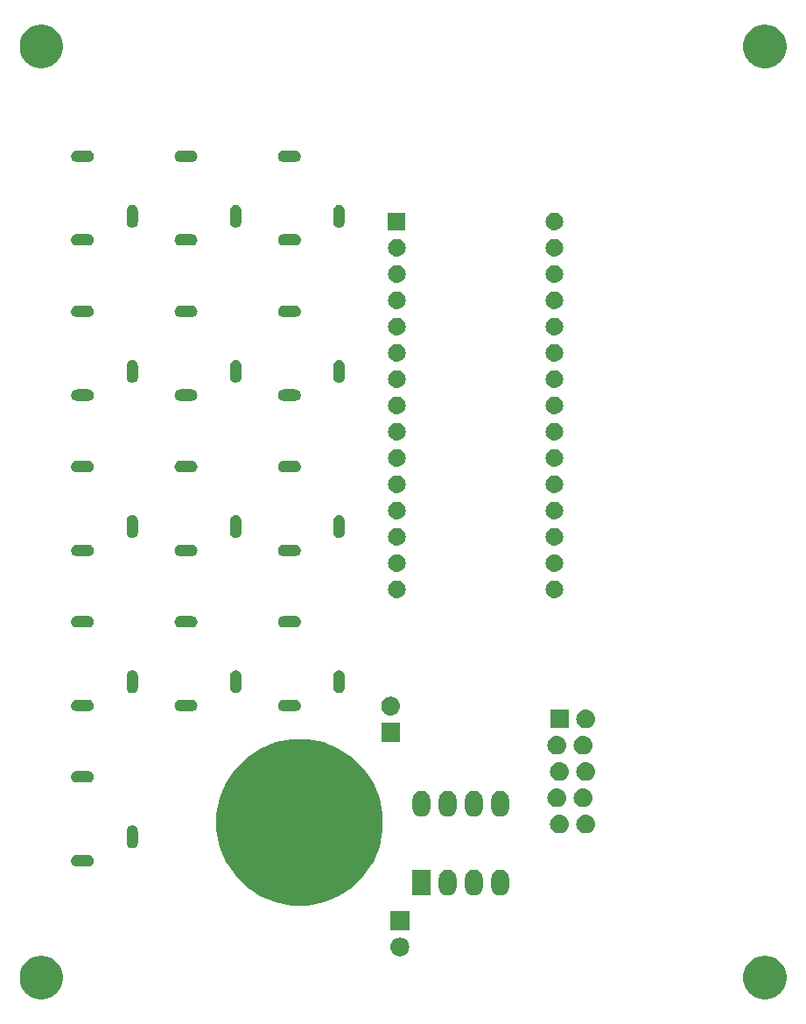
<source format=gbs>
G04 #@! TF.GenerationSoftware,KiCad,Pcbnew,(5.1.0)-1*
G04 #@! TF.CreationDate,2019-05-27T20:42:00-04:00*
G04 #@! TF.ProjectId,MIDI Controller,4d494449-2043-46f6-9e74-726f6c6c6572,rev?*
G04 #@! TF.SameCoordinates,Original*
G04 #@! TF.FileFunction,Soldermask,Bot*
G04 #@! TF.FilePolarity,Negative*
%FSLAX46Y46*%
G04 Gerber Fmt 4.6, Leading zero omitted, Abs format (unit mm)*
G04 Created by KiCad (PCBNEW (5.1.0)-1) date 2019-05-27 20:42:00*
%MOMM*%
%LPD*%
G04 APERTURE LIST*
%ADD10C,0.100000*%
G04 APERTURE END LIST*
D10*
G36*
X115325815Y-122941000D02*
G01*
X115607589Y-122997048D01*
X115986671Y-123154069D01*
X116327835Y-123382028D01*
X116617972Y-123672165D01*
X116845931Y-124013329D01*
X117002952Y-124392411D01*
X117083000Y-124794842D01*
X117083000Y-125205158D01*
X117002952Y-125607589D01*
X116845931Y-125986671D01*
X116617972Y-126327835D01*
X116327835Y-126617972D01*
X115986671Y-126845931D01*
X115607589Y-127002952D01*
X115406373Y-127042976D01*
X115205159Y-127083000D01*
X114794841Y-127083000D01*
X114593627Y-127042976D01*
X114392411Y-127002952D01*
X114013329Y-126845931D01*
X113672165Y-126617972D01*
X113382028Y-126327835D01*
X113154069Y-125986671D01*
X112997048Y-125607589D01*
X112917000Y-125205158D01*
X112917000Y-124794842D01*
X112997048Y-124392411D01*
X113154069Y-124013329D01*
X113382028Y-123672165D01*
X113672165Y-123382028D01*
X114013329Y-123154069D01*
X114392411Y-122997048D01*
X114674185Y-122941000D01*
X114794841Y-122917000D01*
X115205159Y-122917000D01*
X115325815Y-122941000D01*
X115325815Y-122941000D01*
G37*
G36*
X45325815Y-122941000D02*
G01*
X45607589Y-122997048D01*
X45986671Y-123154069D01*
X46327835Y-123382028D01*
X46617972Y-123672165D01*
X46845931Y-124013329D01*
X47002952Y-124392411D01*
X47083000Y-124794842D01*
X47083000Y-125205158D01*
X47002952Y-125607589D01*
X46845931Y-125986671D01*
X46617972Y-126327835D01*
X46327835Y-126617972D01*
X45986671Y-126845931D01*
X45607589Y-127002952D01*
X45406373Y-127042976D01*
X45205159Y-127083000D01*
X44794841Y-127083000D01*
X44593627Y-127042976D01*
X44392411Y-127002952D01*
X44013329Y-126845931D01*
X43672165Y-126617972D01*
X43382028Y-126327835D01*
X43154069Y-125986671D01*
X42997048Y-125607589D01*
X42917000Y-125205158D01*
X42917000Y-124794842D01*
X42997048Y-124392411D01*
X43154069Y-124013329D01*
X43382028Y-123672165D01*
X43672165Y-123382028D01*
X44013329Y-123154069D01*
X44392411Y-122997048D01*
X44674185Y-122941000D01*
X44794841Y-122917000D01*
X45205159Y-122917000D01*
X45325815Y-122941000D01*
X45325815Y-122941000D01*
G37*
G36*
X79810443Y-121145519D02*
G01*
X79876627Y-121152037D01*
X80046466Y-121203557D01*
X80202991Y-121287222D01*
X80238729Y-121316552D01*
X80340186Y-121399814D01*
X80423448Y-121501271D01*
X80452778Y-121537009D01*
X80536443Y-121693534D01*
X80587963Y-121863373D01*
X80605359Y-122040000D01*
X80587963Y-122216627D01*
X80536443Y-122386466D01*
X80452778Y-122542991D01*
X80423448Y-122578729D01*
X80340186Y-122680186D01*
X80238729Y-122763448D01*
X80202991Y-122792778D01*
X80046466Y-122876443D01*
X79876627Y-122927963D01*
X79810443Y-122934481D01*
X79744260Y-122941000D01*
X79655740Y-122941000D01*
X79589557Y-122934481D01*
X79523373Y-122927963D01*
X79353534Y-122876443D01*
X79197009Y-122792778D01*
X79161271Y-122763448D01*
X79059814Y-122680186D01*
X78976552Y-122578729D01*
X78947222Y-122542991D01*
X78863557Y-122386466D01*
X78812037Y-122216627D01*
X78794641Y-122040000D01*
X78812037Y-121863373D01*
X78863557Y-121693534D01*
X78947222Y-121537009D01*
X78976552Y-121501271D01*
X79059814Y-121399814D01*
X79161271Y-121316552D01*
X79197009Y-121287222D01*
X79353534Y-121203557D01*
X79523373Y-121152037D01*
X79589557Y-121145519D01*
X79655740Y-121139000D01*
X79744260Y-121139000D01*
X79810443Y-121145519D01*
X79810443Y-121145519D01*
G37*
G36*
X80601000Y-120401000D02*
G01*
X78799000Y-120401000D01*
X78799000Y-118599000D01*
X80601000Y-118599000D01*
X80601000Y-120401000D01*
X80601000Y-120401000D01*
G37*
G36*
X72348389Y-102258395D02*
G01*
X73813577Y-102865296D01*
X73813578Y-102865297D01*
X75132213Y-103746380D01*
X76253620Y-104867787D01*
X76626917Y-105426466D01*
X77134704Y-106186423D01*
X77741605Y-107651611D01*
X78051000Y-109207044D01*
X78051000Y-110792956D01*
X77741605Y-112348389D01*
X77134704Y-113813577D01*
X77005062Y-114007600D01*
X76253620Y-115132213D01*
X75132213Y-116253620D01*
X74692776Y-116547242D01*
X73813577Y-117134704D01*
X72348389Y-117741605D01*
X70792956Y-118051000D01*
X69207044Y-118051000D01*
X67651611Y-117741605D01*
X66186423Y-117134704D01*
X65307224Y-116547242D01*
X64867787Y-116253620D01*
X63746380Y-115132213D01*
X62994938Y-114007600D01*
X62865296Y-113813577D01*
X62258395Y-112348389D01*
X61949000Y-110792956D01*
X61949000Y-109207044D01*
X62258395Y-107651611D01*
X62865296Y-106186423D01*
X63373083Y-105426466D01*
X63746380Y-104867787D01*
X64867787Y-103746380D01*
X66186422Y-102865297D01*
X66186423Y-102865296D01*
X67651611Y-102258395D01*
X69207044Y-101949000D01*
X70792956Y-101949000D01*
X72348389Y-102258395D01*
X72348389Y-102258395D01*
G37*
G36*
X84486822Y-114581313D02*
G01*
X84647241Y-114629976D01*
X84795077Y-114708995D01*
X84924659Y-114815341D01*
X85031004Y-114944922D01*
X85031005Y-114944924D01*
X85110024Y-115092758D01*
X85158687Y-115253177D01*
X85171000Y-115378196D01*
X85171000Y-116261803D01*
X85158687Y-116386822D01*
X85110024Y-116547242D01*
X85039114Y-116679906D01*
X85031004Y-116695078D01*
X84924659Y-116824659D01*
X84795078Y-116931004D01*
X84795076Y-116931005D01*
X84647242Y-117010024D01*
X84486823Y-117058687D01*
X84320000Y-117075117D01*
X84153178Y-117058687D01*
X83992759Y-117010024D01*
X83844925Y-116931005D01*
X83844923Y-116931004D01*
X83715342Y-116824659D01*
X83608997Y-116695078D01*
X83600887Y-116679906D01*
X83529977Y-116547242D01*
X83481314Y-116386823D01*
X83469000Y-116261803D01*
X83469000Y-115378197D01*
X83481313Y-115253178D01*
X83529976Y-115092759D01*
X83608995Y-114944923D01*
X83715341Y-114815341D01*
X83844922Y-114708996D01*
X83860094Y-114700886D01*
X83992758Y-114629976D01*
X84153177Y-114581313D01*
X84320000Y-114564883D01*
X84486822Y-114581313D01*
X84486822Y-114581313D01*
G37*
G36*
X87026822Y-114581313D02*
G01*
X87187241Y-114629976D01*
X87335077Y-114708995D01*
X87464659Y-114815341D01*
X87571004Y-114944922D01*
X87571005Y-114944924D01*
X87650024Y-115092758D01*
X87698687Y-115253177D01*
X87711000Y-115378196D01*
X87711000Y-116261803D01*
X87698687Y-116386822D01*
X87650024Y-116547242D01*
X87579114Y-116679906D01*
X87571004Y-116695078D01*
X87464659Y-116824659D01*
X87335078Y-116931004D01*
X87335076Y-116931005D01*
X87187242Y-117010024D01*
X87026823Y-117058687D01*
X86860000Y-117075117D01*
X86693178Y-117058687D01*
X86532759Y-117010024D01*
X86384925Y-116931005D01*
X86384923Y-116931004D01*
X86255342Y-116824659D01*
X86148997Y-116695078D01*
X86140887Y-116679906D01*
X86069977Y-116547242D01*
X86021314Y-116386823D01*
X86009000Y-116261803D01*
X86009000Y-115378197D01*
X86021313Y-115253178D01*
X86069976Y-115092759D01*
X86148995Y-114944923D01*
X86255341Y-114815341D01*
X86384922Y-114708996D01*
X86400094Y-114700886D01*
X86532758Y-114629976D01*
X86693177Y-114581313D01*
X86860000Y-114564883D01*
X87026822Y-114581313D01*
X87026822Y-114581313D01*
G37*
G36*
X89566822Y-114581313D02*
G01*
X89727241Y-114629976D01*
X89875077Y-114708995D01*
X90004659Y-114815341D01*
X90111004Y-114944922D01*
X90111005Y-114944924D01*
X90190024Y-115092758D01*
X90238687Y-115253177D01*
X90251000Y-115378196D01*
X90251000Y-116261803D01*
X90238687Y-116386822D01*
X90190024Y-116547242D01*
X90119114Y-116679906D01*
X90111004Y-116695078D01*
X90004659Y-116824659D01*
X89875078Y-116931004D01*
X89875076Y-116931005D01*
X89727242Y-117010024D01*
X89566823Y-117058687D01*
X89400000Y-117075117D01*
X89233178Y-117058687D01*
X89072759Y-117010024D01*
X88924925Y-116931005D01*
X88924923Y-116931004D01*
X88795342Y-116824659D01*
X88688997Y-116695078D01*
X88680887Y-116679906D01*
X88609977Y-116547242D01*
X88561314Y-116386823D01*
X88549000Y-116261803D01*
X88549000Y-115378197D01*
X88561313Y-115253178D01*
X88609976Y-115092759D01*
X88688995Y-114944923D01*
X88795341Y-114815341D01*
X88924922Y-114708996D01*
X88940094Y-114700886D01*
X89072758Y-114629976D01*
X89233177Y-114581313D01*
X89400000Y-114564883D01*
X89566822Y-114581313D01*
X89566822Y-114581313D01*
G37*
G36*
X82631000Y-117071000D02*
G01*
X80929000Y-117071000D01*
X80929000Y-114569000D01*
X82631000Y-114569000D01*
X82631000Y-117071000D01*
X82631000Y-117071000D01*
G37*
G36*
X49658015Y-113156973D02*
G01*
X49761879Y-113188479D01*
X49789055Y-113203005D01*
X49857600Y-113239643D01*
X49941501Y-113308499D01*
X50010357Y-113392400D01*
X50046995Y-113460945D01*
X50061521Y-113488121D01*
X50093027Y-113591985D01*
X50103666Y-113700000D01*
X50093027Y-113808015D01*
X50061521Y-113911879D01*
X50061519Y-113911882D01*
X50010357Y-114007600D01*
X49941501Y-114091501D01*
X49857600Y-114160357D01*
X49789055Y-114196995D01*
X49761879Y-114211521D01*
X49658015Y-114243027D01*
X49577067Y-114251000D01*
X48422933Y-114251000D01*
X48341985Y-114243027D01*
X48238121Y-114211521D01*
X48210945Y-114196995D01*
X48142400Y-114160357D01*
X48058499Y-114091501D01*
X47989643Y-114007600D01*
X47938481Y-113911882D01*
X47938479Y-113911879D01*
X47906973Y-113808015D01*
X47896334Y-113700000D01*
X47906973Y-113591985D01*
X47938479Y-113488121D01*
X47953005Y-113460945D01*
X47989643Y-113392400D01*
X48058499Y-113308499D01*
X48142400Y-113239643D01*
X48210945Y-113203005D01*
X48238121Y-113188479D01*
X48341985Y-113156973D01*
X48422933Y-113149000D01*
X49577067Y-113149000D01*
X49658015Y-113156973D01*
X49658015Y-113156973D01*
G37*
G36*
X53908014Y-110306973D02*
G01*
X54011878Y-110338479D01*
X54055907Y-110362013D01*
X54107599Y-110389643D01*
X54107601Y-110389644D01*
X54107600Y-110389644D01*
X54191501Y-110458499D01*
X54260356Y-110542400D01*
X54311521Y-110638121D01*
X54343027Y-110741985D01*
X54351000Y-110822933D01*
X54351000Y-111977067D01*
X54343027Y-112058015D01*
X54311521Y-112161879D01*
X54311519Y-112161882D01*
X54260357Y-112257600D01*
X54191501Y-112341501D01*
X54107600Y-112410357D01*
X54039055Y-112446995D01*
X54011879Y-112461521D01*
X53908015Y-112493027D01*
X53800000Y-112503666D01*
X53691986Y-112493027D01*
X53588122Y-112461521D01*
X53560946Y-112446995D01*
X53492401Y-112410357D01*
X53408500Y-112341501D01*
X53339644Y-112257600D01*
X53288482Y-112161882D01*
X53288480Y-112161879D01*
X53256974Y-112058015D01*
X53249001Y-111977067D01*
X53249000Y-110822934D01*
X53256973Y-110741986D01*
X53288479Y-110638122D01*
X53339644Y-110542400D01*
X53408499Y-110458499D01*
X53492400Y-110389644D01*
X53492399Y-110389644D01*
X53492401Y-110389643D01*
X53544093Y-110362013D01*
X53588121Y-110338479D01*
X53691985Y-110306973D01*
X53800000Y-110296334D01*
X53908014Y-110306973D01*
X53908014Y-110306973D01*
G37*
G36*
X97777442Y-109265518D02*
G01*
X97843627Y-109272037D01*
X98013466Y-109323557D01*
X98169991Y-109407222D01*
X98205729Y-109436552D01*
X98307186Y-109519814D01*
X98390448Y-109621271D01*
X98419778Y-109657009D01*
X98503443Y-109813534D01*
X98554963Y-109983373D01*
X98572359Y-110160000D01*
X98554963Y-110336627D01*
X98503443Y-110506466D01*
X98419778Y-110662991D01*
X98390448Y-110698729D01*
X98307186Y-110800186D01*
X98205729Y-110883448D01*
X98169991Y-110912778D01*
X98013466Y-110996443D01*
X97843627Y-111047963D01*
X97777442Y-111054482D01*
X97711260Y-111061000D01*
X97622740Y-111061000D01*
X97556558Y-111054482D01*
X97490373Y-111047963D01*
X97320534Y-110996443D01*
X97164009Y-110912778D01*
X97128271Y-110883448D01*
X97026814Y-110800186D01*
X96943552Y-110698729D01*
X96914222Y-110662991D01*
X96830557Y-110506466D01*
X96779037Y-110336627D01*
X96761641Y-110160000D01*
X96779037Y-109983373D01*
X96830557Y-109813534D01*
X96914222Y-109657009D01*
X96943552Y-109621271D01*
X97026814Y-109519814D01*
X97128271Y-109436552D01*
X97164009Y-109407222D01*
X97320534Y-109323557D01*
X97490373Y-109272037D01*
X97556558Y-109265518D01*
X97622740Y-109259000D01*
X97711260Y-109259000D01*
X97777442Y-109265518D01*
X97777442Y-109265518D01*
G37*
G36*
X95237442Y-109265518D02*
G01*
X95303627Y-109272037D01*
X95473466Y-109323557D01*
X95629991Y-109407222D01*
X95665729Y-109436552D01*
X95767186Y-109519814D01*
X95850448Y-109621271D01*
X95879778Y-109657009D01*
X95963443Y-109813534D01*
X96014963Y-109983373D01*
X96032359Y-110160000D01*
X96014963Y-110336627D01*
X95963443Y-110506466D01*
X95879778Y-110662991D01*
X95850448Y-110698729D01*
X95767186Y-110800186D01*
X95665729Y-110883448D01*
X95629991Y-110912778D01*
X95473466Y-110996443D01*
X95303627Y-111047963D01*
X95237442Y-111054482D01*
X95171260Y-111061000D01*
X95082740Y-111061000D01*
X95016558Y-111054482D01*
X94950373Y-111047963D01*
X94780534Y-110996443D01*
X94624009Y-110912778D01*
X94588271Y-110883448D01*
X94486814Y-110800186D01*
X94403552Y-110698729D01*
X94374222Y-110662991D01*
X94290557Y-110506466D01*
X94239037Y-110336627D01*
X94221641Y-110160000D01*
X94239037Y-109983373D01*
X94290557Y-109813534D01*
X94374222Y-109657009D01*
X94403552Y-109621271D01*
X94486814Y-109519814D01*
X94588271Y-109436552D01*
X94624009Y-109407222D01*
X94780534Y-109323557D01*
X94950373Y-109272037D01*
X95016558Y-109265518D01*
X95082740Y-109259000D01*
X95171260Y-109259000D01*
X95237442Y-109265518D01*
X95237442Y-109265518D01*
G37*
G36*
X84486822Y-106961313D02*
G01*
X84647241Y-107009976D01*
X84795077Y-107088995D01*
X84924659Y-107195341D01*
X85031004Y-107324922D01*
X85031005Y-107324924D01*
X85110024Y-107472758D01*
X85158687Y-107633177D01*
X85171000Y-107758196D01*
X85171000Y-108641803D01*
X85158687Y-108766822D01*
X85110024Y-108927242D01*
X85039114Y-109059906D01*
X85031004Y-109075078D01*
X84924659Y-109204659D01*
X84795078Y-109311004D01*
X84795076Y-109311005D01*
X84647242Y-109390024D01*
X84486823Y-109438687D01*
X84320000Y-109455117D01*
X84153178Y-109438687D01*
X83992759Y-109390024D01*
X83844925Y-109311005D01*
X83844923Y-109311004D01*
X83715342Y-109204659D01*
X83608997Y-109075078D01*
X83600887Y-109059906D01*
X83529977Y-108927242D01*
X83481314Y-108766823D01*
X83469000Y-108641803D01*
X83469000Y-107758197D01*
X83481313Y-107633178D01*
X83529976Y-107472759D01*
X83608995Y-107324923D01*
X83715341Y-107195341D01*
X83810786Y-107117011D01*
X83844922Y-107088996D01*
X83860094Y-107080886D01*
X83992758Y-107009976D01*
X84153177Y-106961313D01*
X84320000Y-106944883D01*
X84486822Y-106961313D01*
X84486822Y-106961313D01*
G37*
G36*
X87026822Y-106961313D02*
G01*
X87187241Y-107009976D01*
X87335077Y-107088995D01*
X87464659Y-107195341D01*
X87571004Y-107324922D01*
X87571005Y-107324924D01*
X87650024Y-107472758D01*
X87698687Y-107633177D01*
X87711000Y-107758196D01*
X87711000Y-108641803D01*
X87698687Y-108766822D01*
X87650024Y-108927242D01*
X87579114Y-109059906D01*
X87571004Y-109075078D01*
X87464659Y-109204659D01*
X87335078Y-109311004D01*
X87335076Y-109311005D01*
X87187242Y-109390024D01*
X87026823Y-109438687D01*
X86860000Y-109455117D01*
X86693178Y-109438687D01*
X86532759Y-109390024D01*
X86384925Y-109311005D01*
X86384923Y-109311004D01*
X86255342Y-109204659D01*
X86148997Y-109075078D01*
X86140887Y-109059906D01*
X86069977Y-108927242D01*
X86021314Y-108766823D01*
X86009000Y-108641803D01*
X86009000Y-107758197D01*
X86021313Y-107633178D01*
X86069976Y-107472759D01*
X86148995Y-107324923D01*
X86255341Y-107195341D01*
X86350786Y-107117011D01*
X86384922Y-107088996D01*
X86400094Y-107080886D01*
X86532758Y-107009976D01*
X86693177Y-106961313D01*
X86860000Y-106944883D01*
X87026822Y-106961313D01*
X87026822Y-106961313D01*
G37*
G36*
X89566822Y-106961313D02*
G01*
X89727241Y-107009976D01*
X89875077Y-107088995D01*
X90004659Y-107195341D01*
X90111004Y-107324922D01*
X90111005Y-107324924D01*
X90190024Y-107472758D01*
X90238687Y-107633177D01*
X90251000Y-107758196D01*
X90251000Y-108641803D01*
X90238687Y-108766822D01*
X90190024Y-108927242D01*
X90119114Y-109059906D01*
X90111004Y-109075078D01*
X90004659Y-109204659D01*
X89875078Y-109311004D01*
X89875076Y-109311005D01*
X89727242Y-109390024D01*
X89566823Y-109438687D01*
X89400000Y-109455117D01*
X89233178Y-109438687D01*
X89072759Y-109390024D01*
X88924925Y-109311005D01*
X88924923Y-109311004D01*
X88795342Y-109204659D01*
X88688997Y-109075078D01*
X88680887Y-109059906D01*
X88609977Y-108927242D01*
X88561314Y-108766823D01*
X88549000Y-108641803D01*
X88549000Y-107758197D01*
X88561313Y-107633178D01*
X88609976Y-107472759D01*
X88688995Y-107324923D01*
X88795341Y-107195341D01*
X88890786Y-107117011D01*
X88924922Y-107088996D01*
X88940094Y-107080886D01*
X89072758Y-107009976D01*
X89233177Y-106961313D01*
X89400000Y-106944883D01*
X89566822Y-106961313D01*
X89566822Y-106961313D01*
G37*
G36*
X81946822Y-106961313D02*
G01*
X82107241Y-107009976D01*
X82255077Y-107088995D01*
X82384659Y-107195341D01*
X82491004Y-107324922D01*
X82491005Y-107324924D01*
X82570024Y-107472758D01*
X82618687Y-107633177D01*
X82631000Y-107758196D01*
X82631000Y-108641803D01*
X82618687Y-108766822D01*
X82570024Y-108927242D01*
X82499114Y-109059906D01*
X82491004Y-109075078D01*
X82384659Y-109204659D01*
X82255078Y-109311004D01*
X82255076Y-109311005D01*
X82107242Y-109390024D01*
X81946823Y-109438687D01*
X81780000Y-109455117D01*
X81613178Y-109438687D01*
X81452759Y-109390024D01*
X81304925Y-109311005D01*
X81304923Y-109311004D01*
X81175342Y-109204659D01*
X81068997Y-109075078D01*
X81060887Y-109059906D01*
X80989977Y-108927242D01*
X80941314Y-108766823D01*
X80929000Y-108641803D01*
X80929000Y-107758197D01*
X80941313Y-107633178D01*
X80989976Y-107472759D01*
X81068995Y-107324923D01*
X81175341Y-107195341D01*
X81270786Y-107117011D01*
X81304922Y-107088996D01*
X81320094Y-107080886D01*
X81452758Y-107009976D01*
X81613177Y-106961313D01*
X81780000Y-106944883D01*
X81946822Y-106961313D01*
X81946822Y-106961313D01*
G37*
G36*
X94983443Y-106725519D02*
G01*
X95049627Y-106732037D01*
X95219466Y-106783557D01*
X95375991Y-106867222D01*
X95411729Y-106896552D01*
X95513186Y-106979814D01*
X95596448Y-107081271D01*
X95625778Y-107117009D01*
X95709443Y-107273534D01*
X95760963Y-107443373D01*
X95778359Y-107620000D01*
X95760963Y-107796627D01*
X95709443Y-107966466D01*
X95625778Y-108122991D01*
X95596448Y-108158729D01*
X95513186Y-108260186D01*
X95411729Y-108343448D01*
X95375991Y-108372778D01*
X95219466Y-108456443D01*
X95049627Y-108507963D01*
X94983442Y-108514482D01*
X94917260Y-108521000D01*
X94828740Y-108521000D01*
X94762558Y-108514482D01*
X94696373Y-108507963D01*
X94526534Y-108456443D01*
X94370009Y-108372778D01*
X94334271Y-108343448D01*
X94232814Y-108260186D01*
X94149552Y-108158729D01*
X94120222Y-108122991D01*
X94036557Y-107966466D01*
X93985037Y-107796627D01*
X93967641Y-107620000D01*
X93985037Y-107443373D01*
X94036557Y-107273534D01*
X94120222Y-107117009D01*
X94149552Y-107081271D01*
X94232814Y-106979814D01*
X94334271Y-106896552D01*
X94370009Y-106867222D01*
X94526534Y-106783557D01*
X94696373Y-106732037D01*
X94762557Y-106725519D01*
X94828740Y-106719000D01*
X94917260Y-106719000D01*
X94983443Y-106725519D01*
X94983443Y-106725519D01*
G37*
G36*
X97523443Y-106725519D02*
G01*
X97589627Y-106732037D01*
X97759466Y-106783557D01*
X97915991Y-106867222D01*
X97951729Y-106896552D01*
X98053186Y-106979814D01*
X98136448Y-107081271D01*
X98165778Y-107117009D01*
X98249443Y-107273534D01*
X98300963Y-107443373D01*
X98318359Y-107620000D01*
X98300963Y-107796627D01*
X98249443Y-107966466D01*
X98165778Y-108122991D01*
X98136448Y-108158729D01*
X98053186Y-108260186D01*
X97951729Y-108343448D01*
X97915991Y-108372778D01*
X97759466Y-108456443D01*
X97589627Y-108507963D01*
X97523442Y-108514482D01*
X97457260Y-108521000D01*
X97368740Y-108521000D01*
X97302558Y-108514482D01*
X97236373Y-108507963D01*
X97066534Y-108456443D01*
X96910009Y-108372778D01*
X96874271Y-108343448D01*
X96772814Y-108260186D01*
X96689552Y-108158729D01*
X96660222Y-108122991D01*
X96576557Y-107966466D01*
X96525037Y-107796627D01*
X96507641Y-107620000D01*
X96525037Y-107443373D01*
X96576557Y-107273534D01*
X96660222Y-107117009D01*
X96689552Y-107081271D01*
X96772814Y-106979814D01*
X96874271Y-106896552D01*
X96910009Y-106867222D01*
X97066534Y-106783557D01*
X97236373Y-106732037D01*
X97302557Y-106725519D01*
X97368740Y-106719000D01*
X97457260Y-106719000D01*
X97523443Y-106725519D01*
X97523443Y-106725519D01*
G37*
G36*
X49658015Y-105056973D02*
G01*
X49761879Y-105088479D01*
X49789055Y-105103005D01*
X49857600Y-105139643D01*
X49941501Y-105208499D01*
X50010357Y-105292400D01*
X50046995Y-105360945D01*
X50061521Y-105388121D01*
X50093027Y-105491985D01*
X50103666Y-105600000D01*
X50093027Y-105708015D01*
X50061521Y-105811879D01*
X50061519Y-105811882D01*
X50010357Y-105907600D01*
X49941501Y-105991501D01*
X49857600Y-106060357D01*
X49789055Y-106096995D01*
X49761879Y-106111521D01*
X49658015Y-106143027D01*
X49577067Y-106151000D01*
X48422933Y-106151000D01*
X48341985Y-106143027D01*
X48238121Y-106111521D01*
X48210945Y-106096995D01*
X48142400Y-106060357D01*
X48058499Y-105991501D01*
X47989643Y-105907600D01*
X47938481Y-105811882D01*
X47938479Y-105811879D01*
X47906973Y-105708015D01*
X47896334Y-105600000D01*
X47906973Y-105491985D01*
X47938479Y-105388121D01*
X47953005Y-105360945D01*
X47989643Y-105292400D01*
X48058499Y-105208499D01*
X48142400Y-105139643D01*
X48210945Y-105103005D01*
X48238121Y-105088479D01*
X48341985Y-105056973D01*
X48422933Y-105049000D01*
X49577067Y-105049000D01*
X49658015Y-105056973D01*
X49658015Y-105056973D01*
G37*
G36*
X97777443Y-104185519D02*
G01*
X97843627Y-104192037D01*
X98013466Y-104243557D01*
X98169991Y-104327222D01*
X98205729Y-104356552D01*
X98307186Y-104439814D01*
X98390448Y-104541271D01*
X98419778Y-104577009D01*
X98503443Y-104733534D01*
X98554963Y-104903373D01*
X98572359Y-105080000D01*
X98554963Y-105256627D01*
X98503443Y-105426466D01*
X98419778Y-105582991D01*
X98405819Y-105600000D01*
X98307186Y-105720186D01*
X98205729Y-105803448D01*
X98169991Y-105832778D01*
X98013466Y-105916443D01*
X97843627Y-105967963D01*
X97777443Y-105974481D01*
X97711260Y-105981000D01*
X97622740Y-105981000D01*
X97556557Y-105974481D01*
X97490373Y-105967963D01*
X97320534Y-105916443D01*
X97164009Y-105832778D01*
X97128271Y-105803448D01*
X97026814Y-105720186D01*
X96928181Y-105600000D01*
X96914222Y-105582991D01*
X96830557Y-105426466D01*
X96779037Y-105256627D01*
X96761641Y-105080000D01*
X96779037Y-104903373D01*
X96830557Y-104733534D01*
X96914222Y-104577009D01*
X96943552Y-104541271D01*
X97026814Y-104439814D01*
X97128271Y-104356552D01*
X97164009Y-104327222D01*
X97320534Y-104243557D01*
X97490373Y-104192037D01*
X97556557Y-104185519D01*
X97622740Y-104179000D01*
X97711260Y-104179000D01*
X97777443Y-104185519D01*
X97777443Y-104185519D01*
G37*
G36*
X95237443Y-104185519D02*
G01*
X95303627Y-104192037D01*
X95473466Y-104243557D01*
X95629991Y-104327222D01*
X95665729Y-104356552D01*
X95767186Y-104439814D01*
X95850448Y-104541271D01*
X95879778Y-104577009D01*
X95963443Y-104733534D01*
X96014963Y-104903373D01*
X96032359Y-105080000D01*
X96014963Y-105256627D01*
X95963443Y-105426466D01*
X95879778Y-105582991D01*
X95865819Y-105600000D01*
X95767186Y-105720186D01*
X95665729Y-105803448D01*
X95629991Y-105832778D01*
X95473466Y-105916443D01*
X95303627Y-105967963D01*
X95237443Y-105974481D01*
X95171260Y-105981000D01*
X95082740Y-105981000D01*
X95016557Y-105974481D01*
X94950373Y-105967963D01*
X94780534Y-105916443D01*
X94624009Y-105832778D01*
X94588271Y-105803448D01*
X94486814Y-105720186D01*
X94388181Y-105600000D01*
X94374222Y-105582991D01*
X94290557Y-105426466D01*
X94239037Y-105256627D01*
X94221641Y-105080000D01*
X94239037Y-104903373D01*
X94290557Y-104733534D01*
X94374222Y-104577009D01*
X94403552Y-104541271D01*
X94486814Y-104439814D01*
X94588271Y-104356552D01*
X94624009Y-104327222D01*
X94780534Y-104243557D01*
X94950373Y-104192037D01*
X95016557Y-104185519D01*
X95082740Y-104179000D01*
X95171260Y-104179000D01*
X95237443Y-104185519D01*
X95237443Y-104185519D01*
G37*
G36*
X97523442Y-101645518D02*
G01*
X97589627Y-101652037D01*
X97759466Y-101703557D01*
X97915991Y-101787222D01*
X97951729Y-101816552D01*
X98053186Y-101899814D01*
X98136448Y-102001271D01*
X98165778Y-102037009D01*
X98249443Y-102193534D01*
X98300963Y-102363373D01*
X98318359Y-102540000D01*
X98300963Y-102716627D01*
X98249443Y-102886466D01*
X98165778Y-103042991D01*
X98136448Y-103078729D01*
X98053186Y-103180186D01*
X97951729Y-103263448D01*
X97915991Y-103292778D01*
X97759466Y-103376443D01*
X97589627Y-103427963D01*
X97523442Y-103434482D01*
X97457260Y-103441000D01*
X97368740Y-103441000D01*
X97302558Y-103434482D01*
X97236373Y-103427963D01*
X97066534Y-103376443D01*
X96910009Y-103292778D01*
X96874271Y-103263448D01*
X96772814Y-103180186D01*
X96689552Y-103078729D01*
X96660222Y-103042991D01*
X96576557Y-102886466D01*
X96525037Y-102716627D01*
X96507641Y-102540000D01*
X96525037Y-102363373D01*
X96576557Y-102193534D01*
X96660222Y-102037009D01*
X96689552Y-102001271D01*
X96772814Y-101899814D01*
X96874271Y-101816552D01*
X96910009Y-101787222D01*
X97066534Y-101703557D01*
X97236373Y-101652037D01*
X97302557Y-101645519D01*
X97368740Y-101639000D01*
X97457260Y-101639000D01*
X97523442Y-101645518D01*
X97523442Y-101645518D01*
G37*
G36*
X94983442Y-101645518D02*
G01*
X95049627Y-101652037D01*
X95219466Y-101703557D01*
X95375991Y-101787222D01*
X95411729Y-101816552D01*
X95513186Y-101899814D01*
X95596448Y-102001271D01*
X95625778Y-102037009D01*
X95709443Y-102193534D01*
X95760963Y-102363373D01*
X95778359Y-102540000D01*
X95760963Y-102716627D01*
X95709443Y-102886466D01*
X95625778Y-103042991D01*
X95596448Y-103078729D01*
X95513186Y-103180186D01*
X95411729Y-103263448D01*
X95375991Y-103292778D01*
X95219466Y-103376443D01*
X95049627Y-103427963D01*
X94983442Y-103434482D01*
X94917260Y-103441000D01*
X94828740Y-103441000D01*
X94762558Y-103434482D01*
X94696373Y-103427963D01*
X94526534Y-103376443D01*
X94370009Y-103292778D01*
X94334271Y-103263448D01*
X94232814Y-103180186D01*
X94149552Y-103078729D01*
X94120222Y-103042991D01*
X94036557Y-102886466D01*
X93985037Y-102716627D01*
X93967641Y-102540000D01*
X93985037Y-102363373D01*
X94036557Y-102193534D01*
X94120222Y-102037009D01*
X94149552Y-102001271D01*
X94232814Y-101899814D01*
X94334271Y-101816552D01*
X94370009Y-101787222D01*
X94526534Y-101703557D01*
X94696373Y-101652037D01*
X94762557Y-101645519D01*
X94828740Y-101639000D01*
X94917260Y-101639000D01*
X94983442Y-101645518D01*
X94983442Y-101645518D01*
G37*
G36*
X79701000Y-102201000D02*
G01*
X77899000Y-102201000D01*
X77899000Y-100399000D01*
X79701000Y-100399000D01*
X79701000Y-102201000D01*
X79701000Y-102201000D01*
G37*
G36*
X97777442Y-99105518D02*
G01*
X97843627Y-99112037D01*
X98013466Y-99163557D01*
X98169991Y-99247222D01*
X98174594Y-99251000D01*
X98307186Y-99359814D01*
X98390448Y-99461271D01*
X98419778Y-99497009D01*
X98503443Y-99653534D01*
X98554963Y-99823373D01*
X98572359Y-100000000D01*
X98554963Y-100176627D01*
X98503443Y-100346466D01*
X98419778Y-100502991D01*
X98390448Y-100538729D01*
X98307186Y-100640186D01*
X98205729Y-100723448D01*
X98169991Y-100752778D01*
X98013466Y-100836443D01*
X97843627Y-100887963D01*
X97777443Y-100894481D01*
X97711260Y-100901000D01*
X97622740Y-100901000D01*
X97556557Y-100894481D01*
X97490373Y-100887963D01*
X97320534Y-100836443D01*
X97164009Y-100752778D01*
X97128271Y-100723448D01*
X97026814Y-100640186D01*
X96943552Y-100538729D01*
X96914222Y-100502991D01*
X96830557Y-100346466D01*
X96779037Y-100176627D01*
X96761641Y-100000000D01*
X96779037Y-99823373D01*
X96830557Y-99653534D01*
X96914222Y-99497009D01*
X96943552Y-99461271D01*
X97026814Y-99359814D01*
X97159406Y-99251000D01*
X97164009Y-99247222D01*
X97320534Y-99163557D01*
X97490373Y-99112037D01*
X97556558Y-99105518D01*
X97622740Y-99099000D01*
X97711260Y-99099000D01*
X97777442Y-99105518D01*
X97777442Y-99105518D01*
G37*
G36*
X96028000Y-100901000D02*
G01*
X94226000Y-100901000D01*
X94226000Y-99099000D01*
X96028000Y-99099000D01*
X96028000Y-100901000D01*
X96028000Y-100901000D01*
G37*
G36*
X78910442Y-97865518D02*
G01*
X78976627Y-97872037D01*
X79146466Y-97923557D01*
X79302991Y-98007222D01*
X79338729Y-98036552D01*
X79440186Y-98119814D01*
X79523448Y-98221271D01*
X79552778Y-98257009D01*
X79636443Y-98413534D01*
X79687963Y-98583373D01*
X79705359Y-98760000D01*
X79687963Y-98936627D01*
X79636443Y-99106466D01*
X79552778Y-99262991D01*
X79523448Y-99298729D01*
X79440186Y-99400186D01*
X79338729Y-99483448D01*
X79302991Y-99512778D01*
X79146466Y-99596443D01*
X78976627Y-99647963D01*
X78910442Y-99654482D01*
X78844260Y-99661000D01*
X78755740Y-99661000D01*
X78689558Y-99654482D01*
X78623373Y-99647963D01*
X78453534Y-99596443D01*
X78297009Y-99512778D01*
X78261271Y-99483448D01*
X78159814Y-99400186D01*
X78076552Y-99298729D01*
X78047222Y-99262991D01*
X77963557Y-99106466D01*
X77912037Y-98936627D01*
X77894641Y-98760000D01*
X77912037Y-98583373D01*
X77963557Y-98413534D01*
X78047222Y-98257009D01*
X78076552Y-98221271D01*
X78159814Y-98119814D01*
X78261271Y-98036552D01*
X78297009Y-98007222D01*
X78453534Y-97923557D01*
X78623373Y-97872037D01*
X78689558Y-97865518D01*
X78755740Y-97859000D01*
X78844260Y-97859000D01*
X78910442Y-97865518D01*
X78910442Y-97865518D01*
G37*
G36*
X59658015Y-98156973D02*
G01*
X59761879Y-98188479D01*
X59789055Y-98203005D01*
X59857600Y-98239643D01*
X59941501Y-98308499D01*
X60010357Y-98392400D01*
X60021652Y-98413532D01*
X60061521Y-98488121D01*
X60093027Y-98591985D01*
X60103666Y-98700000D01*
X60093027Y-98808015D01*
X60061521Y-98911879D01*
X60061519Y-98911882D01*
X60010357Y-99007600D01*
X59941501Y-99091501D01*
X59857600Y-99160357D01*
X59789055Y-99196995D01*
X59761879Y-99211521D01*
X59658015Y-99243027D01*
X59577067Y-99251000D01*
X58422933Y-99251000D01*
X58341985Y-99243027D01*
X58238121Y-99211521D01*
X58210945Y-99196995D01*
X58142400Y-99160357D01*
X58058499Y-99091501D01*
X57989643Y-99007600D01*
X57938481Y-98911882D01*
X57938479Y-98911879D01*
X57906973Y-98808015D01*
X57896334Y-98700000D01*
X57906973Y-98591985D01*
X57938479Y-98488121D01*
X57978348Y-98413532D01*
X57989643Y-98392400D01*
X58058499Y-98308499D01*
X58142400Y-98239643D01*
X58210945Y-98203005D01*
X58238121Y-98188479D01*
X58341985Y-98156973D01*
X58422933Y-98149000D01*
X59577067Y-98149000D01*
X59658015Y-98156973D01*
X59658015Y-98156973D01*
G37*
G36*
X69658015Y-98156973D02*
G01*
X69761879Y-98188479D01*
X69789055Y-98203005D01*
X69857600Y-98239643D01*
X69941501Y-98308499D01*
X70010357Y-98392400D01*
X70021652Y-98413532D01*
X70061521Y-98488121D01*
X70093027Y-98591985D01*
X70103666Y-98700000D01*
X70093027Y-98808015D01*
X70061521Y-98911879D01*
X70061519Y-98911882D01*
X70010357Y-99007600D01*
X69941501Y-99091501D01*
X69857600Y-99160357D01*
X69789055Y-99196995D01*
X69761879Y-99211521D01*
X69658015Y-99243027D01*
X69577067Y-99251000D01*
X68422933Y-99251000D01*
X68341985Y-99243027D01*
X68238121Y-99211521D01*
X68210945Y-99196995D01*
X68142400Y-99160357D01*
X68058499Y-99091501D01*
X67989643Y-99007600D01*
X67938481Y-98911882D01*
X67938479Y-98911879D01*
X67906973Y-98808015D01*
X67896334Y-98700000D01*
X67906973Y-98591985D01*
X67938479Y-98488121D01*
X67978348Y-98413532D01*
X67989643Y-98392400D01*
X68058499Y-98308499D01*
X68142400Y-98239643D01*
X68210945Y-98203005D01*
X68238121Y-98188479D01*
X68341985Y-98156973D01*
X68422933Y-98149000D01*
X69577067Y-98149000D01*
X69658015Y-98156973D01*
X69658015Y-98156973D01*
G37*
G36*
X49658015Y-98156973D02*
G01*
X49761879Y-98188479D01*
X49789055Y-98203005D01*
X49857600Y-98239643D01*
X49941501Y-98308499D01*
X50010357Y-98392400D01*
X50021652Y-98413532D01*
X50061521Y-98488121D01*
X50093027Y-98591985D01*
X50103666Y-98700000D01*
X50093027Y-98808015D01*
X50061521Y-98911879D01*
X50061519Y-98911882D01*
X50010357Y-99007600D01*
X49941501Y-99091501D01*
X49857600Y-99160357D01*
X49789055Y-99196995D01*
X49761879Y-99211521D01*
X49658015Y-99243027D01*
X49577067Y-99251000D01*
X48422933Y-99251000D01*
X48341985Y-99243027D01*
X48238121Y-99211521D01*
X48210945Y-99196995D01*
X48142400Y-99160357D01*
X48058499Y-99091501D01*
X47989643Y-99007600D01*
X47938481Y-98911882D01*
X47938479Y-98911879D01*
X47906973Y-98808015D01*
X47896334Y-98700000D01*
X47906973Y-98591985D01*
X47938479Y-98488121D01*
X47978348Y-98413532D01*
X47989643Y-98392400D01*
X48058499Y-98308499D01*
X48142400Y-98239643D01*
X48210945Y-98203005D01*
X48238121Y-98188479D01*
X48341985Y-98156973D01*
X48422933Y-98149000D01*
X49577067Y-98149000D01*
X49658015Y-98156973D01*
X49658015Y-98156973D01*
G37*
G36*
X63908014Y-95306973D02*
G01*
X64011878Y-95338479D01*
X64055907Y-95362013D01*
X64107599Y-95389643D01*
X64107601Y-95389644D01*
X64107600Y-95389644D01*
X64191501Y-95458499D01*
X64260356Y-95542400D01*
X64311521Y-95638121D01*
X64343027Y-95741985D01*
X64351000Y-95822933D01*
X64351000Y-96977067D01*
X64343027Y-97058015D01*
X64311521Y-97161879D01*
X64311519Y-97161882D01*
X64260357Y-97257600D01*
X64191501Y-97341501D01*
X64107600Y-97410357D01*
X64039055Y-97446995D01*
X64011879Y-97461521D01*
X63908015Y-97493027D01*
X63800000Y-97503666D01*
X63691986Y-97493027D01*
X63588122Y-97461521D01*
X63560946Y-97446995D01*
X63492401Y-97410357D01*
X63408500Y-97341501D01*
X63339644Y-97257600D01*
X63288482Y-97161882D01*
X63288480Y-97161879D01*
X63256974Y-97058015D01*
X63249001Y-96977067D01*
X63249000Y-95822934D01*
X63256973Y-95741986D01*
X63288479Y-95638122D01*
X63339644Y-95542400D01*
X63408499Y-95458499D01*
X63492400Y-95389644D01*
X63492399Y-95389644D01*
X63492401Y-95389643D01*
X63544093Y-95362013D01*
X63588121Y-95338479D01*
X63691985Y-95306973D01*
X63800000Y-95296334D01*
X63908014Y-95306973D01*
X63908014Y-95306973D01*
G37*
G36*
X73908014Y-95306973D02*
G01*
X74011878Y-95338479D01*
X74055907Y-95362013D01*
X74107599Y-95389643D01*
X74107601Y-95389644D01*
X74107600Y-95389644D01*
X74191501Y-95458499D01*
X74260356Y-95542400D01*
X74311521Y-95638121D01*
X74343027Y-95741985D01*
X74351000Y-95822933D01*
X74351000Y-96977067D01*
X74343027Y-97058015D01*
X74311521Y-97161879D01*
X74311519Y-97161882D01*
X74260357Y-97257600D01*
X74191501Y-97341501D01*
X74107600Y-97410357D01*
X74039055Y-97446995D01*
X74011879Y-97461521D01*
X73908015Y-97493027D01*
X73800000Y-97503666D01*
X73691986Y-97493027D01*
X73588122Y-97461521D01*
X73560946Y-97446995D01*
X73492401Y-97410357D01*
X73408500Y-97341501D01*
X73339644Y-97257600D01*
X73288482Y-97161882D01*
X73288480Y-97161879D01*
X73256974Y-97058015D01*
X73249001Y-96977067D01*
X73249000Y-95822934D01*
X73256973Y-95741986D01*
X73288479Y-95638122D01*
X73339644Y-95542400D01*
X73408499Y-95458499D01*
X73492400Y-95389644D01*
X73492399Y-95389644D01*
X73492401Y-95389643D01*
X73544093Y-95362013D01*
X73588121Y-95338479D01*
X73691985Y-95306973D01*
X73800000Y-95296334D01*
X73908014Y-95306973D01*
X73908014Y-95306973D01*
G37*
G36*
X53908014Y-95306973D02*
G01*
X54011878Y-95338479D01*
X54055907Y-95362013D01*
X54107599Y-95389643D01*
X54107601Y-95389644D01*
X54107600Y-95389644D01*
X54191501Y-95458499D01*
X54260356Y-95542400D01*
X54311521Y-95638121D01*
X54343027Y-95741985D01*
X54351000Y-95822933D01*
X54351000Y-96977067D01*
X54343027Y-97058015D01*
X54311521Y-97161879D01*
X54311519Y-97161882D01*
X54260357Y-97257600D01*
X54191501Y-97341501D01*
X54107600Y-97410357D01*
X54039055Y-97446995D01*
X54011879Y-97461521D01*
X53908015Y-97493027D01*
X53800000Y-97503666D01*
X53691986Y-97493027D01*
X53588122Y-97461521D01*
X53560946Y-97446995D01*
X53492401Y-97410357D01*
X53408500Y-97341501D01*
X53339644Y-97257600D01*
X53288482Y-97161882D01*
X53288480Y-97161879D01*
X53256974Y-97058015D01*
X53249001Y-96977067D01*
X53249000Y-95822934D01*
X53256973Y-95741986D01*
X53288479Y-95638122D01*
X53339644Y-95542400D01*
X53408499Y-95458499D01*
X53492400Y-95389644D01*
X53492399Y-95389644D01*
X53492401Y-95389643D01*
X53544093Y-95362013D01*
X53588121Y-95338479D01*
X53691985Y-95306973D01*
X53800000Y-95296334D01*
X53908014Y-95306973D01*
X53908014Y-95306973D01*
G37*
G36*
X49658015Y-90056973D02*
G01*
X49761879Y-90088479D01*
X49789055Y-90103005D01*
X49857600Y-90139643D01*
X49941501Y-90208499D01*
X50010357Y-90292400D01*
X50046995Y-90360945D01*
X50061521Y-90388121D01*
X50093027Y-90491985D01*
X50103666Y-90600000D01*
X50093027Y-90708015D01*
X50061521Y-90811879D01*
X50061519Y-90811882D01*
X50010357Y-90907600D01*
X49941501Y-90991501D01*
X49857600Y-91060357D01*
X49789055Y-91096995D01*
X49761879Y-91111521D01*
X49658015Y-91143027D01*
X49577067Y-91151000D01*
X48422933Y-91151000D01*
X48341985Y-91143027D01*
X48238121Y-91111521D01*
X48210945Y-91096995D01*
X48142400Y-91060357D01*
X48058499Y-90991501D01*
X47989643Y-90907600D01*
X47938481Y-90811882D01*
X47938479Y-90811879D01*
X47906973Y-90708015D01*
X47896334Y-90600000D01*
X47906973Y-90491985D01*
X47938479Y-90388121D01*
X47953005Y-90360945D01*
X47989643Y-90292400D01*
X48058499Y-90208499D01*
X48142400Y-90139643D01*
X48210945Y-90103005D01*
X48238121Y-90088479D01*
X48341985Y-90056973D01*
X48422933Y-90049000D01*
X49577067Y-90049000D01*
X49658015Y-90056973D01*
X49658015Y-90056973D01*
G37*
G36*
X59658015Y-90056973D02*
G01*
X59761879Y-90088479D01*
X59789055Y-90103005D01*
X59857600Y-90139643D01*
X59941501Y-90208499D01*
X60010357Y-90292400D01*
X60046995Y-90360945D01*
X60061521Y-90388121D01*
X60093027Y-90491985D01*
X60103666Y-90600000D01*
X60093027Y-90708015D01*
X60061521Y-90811879D01*
X60061519Y-90811882D01*
X60010357Y-90907600D01*
X59941501Y-90991501D01*
X59857600Y-91060357D01*
X59789055Y-91096995D01*
X59761879Y-91111521D01*
X59658015Y-91143027D01*
X59577067Y-91151000D01*
X58422933Y-91151000D01*
X58341985Y-91143027D01*
X58238121Y-91111521D01*
X58210945Y-91096995D01*
X58142400Y-91060357D01*
X58058499Y-90991501D01*
X57989643Y-90907600D01*
X57938481Y-90811882D01*
X57938479Y-90811879D01*
X57906973Y-90708015D01*
X57896334Y-90600000D01*
X57906973Y-90491985D01*
X57938479Y-90388121D01*
X57953005Y-90360945D01*
X57989643Y-90292400D01*
X58058499Y-90208499D01*
X58142400Y-90139643D01*
X58210945Y-90103005D01*
X58238121Y-90088479D01*
X58341985Y-90056973D01*
X58422933Y-90049000D01*
X59577067Y-90049000D01*
X59658015Y-90056973D01*
X59658015Y-90056973D01*
G37*
G36*
X69658015Y-90056973D02*
G01*
X69761879Y-90088479D01*
X69789055Y-90103005D01*
X69857600Y-90139643D01*
X69941501Y-90208499D01*
X70010357Y-90292400D01*
X70046995Y-90360945D01*
X70061521Y-90388121D01*
X70093027Y-90491985D01*
X70103666Y-90600000D01*
X70093027Y-90708015D01*
X70061521Y-90811879D01*
X70061519Y-90811882D01*
X70010357Y-90907600D01*
X69941501Y-90991501D01*
X69857600Y-91060357D01*
X69789055Y-91096995D01*
X69761879Y-91111521D01*
X69658015Y-91143027D01*
X69577067Y-91151000D01*
X68422933Y-91151000D01*
X68341985Y-91143027D01*
X68238121Y-91111521D01*
X68210945Y-91096995D01*
X68142400Y-91060357D01*
X68058499Y-90991501D01*
X67989643Y-90907600D01*
X67938481Y-90811882D01*
X67938479Y-90811879D01*
X67906973Y-90708015D01*
X67896334Y-90600000D01*
X67906973Y-90491985D01*
X67938479Y-90388121D01*
X67953005Y-90360945D01*
X67989643Y-90292400D01*
X68058499Y-90208499D01*
X68142400Y-90139643D01*
X68210945Y-90103005D01*
X68238121Y-90088479D01*
X68341985Y-90056973D01*
X68422933Y-90049000D01*
X69577067Y-90049000D01*
X69658015Y-90056973D01*
X69658015Y-90056973D01*
G37*
G36*
X94806823Y-86641313D02*
G01*
X94967242Y-86689976D01*
X95099906Y-86760886D01*
X95115078Y-86768996D01*
X95244659Y-86875341D01*
X95351004Y-87004922D01*
X95351005Y-87004924D01*
X95430024Y-87152758D01*
X95478687Y-87313177D01*
X95495117Y-87480000D01*
X95478687Y-87646823D01*
X95430024Y-87807242D01*
X95359114Y-87939906D01*
X95351004Y-87955078D01*
X95244659Y-88084659D01*
X95115078Y-88191004D01*
X95115076Y-88191005D01*
X94967242Y-88270024D01*
X94806823Y-88318687D01*
X94681804Y-88331000D01*
X94598196Y-88331000D01*
X94473177Y-88318687D01*
X94312758Y-88270024D01*
X94164924Y-88191005D01*
X94164922Y-88191004D01*
X94035341Y-88084659D01*
X93928996Y-87955078D01*
X93920886Y-87939906D01*
X93849976Y-87807242D01*
X93801313Y-87646823D01*
X93784883Y-87480000D01*
X93801313Y-87313177D01*
X93849976Y-87152758D01*
X93928995Y-87004924D01*
X93928996Y-87004922D01*
X94035341Y-86875341D01*
X94164922Y-86768996D01*
X94180094Y-86760886D01*
X94312758Y-86689976D01*
X94473177Y-86641313D01*
X94598196Y-86629000D01*
X94681804Y-86629000D01*
X94806823Y-86641313D01*
X94806823Y-86641313D01*
G37*
G36*
X79566823Y-86641313D02*
G01*
X79727242Y-86689976D01*
X79859906Y-86760886D01*
X79875078Y-86768996D01*
X80004659Y-86875341D01*
X80111004Y-87004922D01*
X80111005Y-87004924D01*
X80190024Y-87152758D01*
X80238687Y-87313177D01*
X80255117Y-87480000D01*
X80238687Y-87646823D01*
X80190024Y-87807242D01*
X80119114Y-87939906D01*
X80111004Y-87955078D01*
X80004659Y-88084659D01*
X79875078Y-88191004D01*
X79875076Y-88191005D01*
X79727242Y-88270024D01*
X79566823Y-88318687D01*
X79441804Y-88331000D01*
X79358196Y-88331000D01*
X79233177Y-88318687D01*
X79072758Y-88270024D01*
X78924924Y-88191005D01*
X78924922Y-88191004D01*
X78795341Y-88084659D01*
X78688996Y-87955078D01*
X78680886Y-87939906D01*
X78609976Y-87807242D01*
X78561313Y-87646823D01*
X78544883Y-87480000D01*
X78561313Y-87313177D01*
X78609976Y-87152758D01*
X78688995Y-87004924D01*
X78688996Y-87004922D01*
X78795341Y-86875341D01*
X78924922Y-86768996D01*
X78940094Y-86760886D01*
X79072758Y-86689976D01*
X79233177Y-86641313D01*
X79358196Y-86629000D01*
X79441804Y-86629000D01*
X79566823Y-86641313D01*
X79566823Y-86641313D01*
G37*
G36*
X94806823Y-84101313D02*
G01*
X94967242Y-84149976D01*
X94986663Y-84160357D01*
X95115078Y-84228996D01*
X95244659Y-84335341D01*
X95351004Y-84464922D01*
X95351005Y-84464924D01*
X95430024Y-84612758D01*
X95478687Y-84773177D01*
X95495117Y-84940000D01*
X95478687Y-85106823D01*
X95430024Y-85267242D01*
X95359114Y-85399906D01*
X95351004Y-85415078D01*
X95244659Y-85544659D01*
X95115078Y-85651004D01*
X95115076Y-85651005D01*
X94967242Y-85730024D01*
X94806823Y-85778687D01*
X94681804Y-85791000D01*
X94598196Y-85791000D01*
X94473177Y-85778687D01*
X94312758Y-85730024D01*
X94164924Y-85651005D01*
X94164922Y-85651004D01*
X94035341Y-85544659D01*
X93928996Y-85415078D01*
X93920886Y-85399906D01*
X93849976Y-85267242D01*
X93801313Y-85106823D01*
X93784883Y-84940000D01*
X93801313Y-84773177D01*
X93849976Y-84612758D01*
X93928995Y-84464924D01*
X93928996Y-84464922D01*
X94035341Y-84335341D01*
X94164922Y-84228996D01*
X94293337Y-84160357D01*
X94312758Y-84149976D01*
X94473177Y-84101313D01*
X94598196Y-84089000D01*
X94681804Y-84089000D01*
X94806823Y-84101313D01*
X94806823Y-84101313D01*
G37*
G36*
X79566823Y-84101313D02*
G01*
X79727242Y-84149976D01*
X79746663Y-84160357D01*
X79875078Y-84228996D01*
X80004659Y-84335341D01*
X80111004Y-84464922D01*
X80111005Y-84464924D01*
X80190024Y-84612758D01*
X80238687Y-84773177D01*
X80255117Y-84940000D01*
X80238687Y-85106823D01*
X80190024Y-85267242D01*
X80119114Y-85399906D01*
X80111004Y-85415078D01*
X80004659Y-85544659D01*
X79875078Y-85651004D01*
X79875076Y-85651005D01*
X79727242Y-85730024D01*
X79566823Y-85778687D01*
X79441804Y-85791000D01*
X79358196Y-85791000D01*
X79233177Y-85778687D01*
X79072758Y-85730024D01*
X78924924Y-85651005D01*
X78924922Y-85651004D01*
X78795341Y-85544659D01*
X78688996Y-85415078D01*
X78680886Y-85399906D01*
X78609976Y-85267242D01*
X78561313Y-85106823D01*
X78544883Y-84940000D01*
X78561313Y-84773177D01*
X78609976Y-84612758D01*
X78688995Y-84464924D01*
X78688996Y-84464922D01*
X78795341Y-84335341D01*
X78924922Y-84228996D01*
X79053337Y-84160357D01*
X79072758Y-84149976D01*
X79233177Y-84101313D01*
X79358196Y-84089000D01*
X79441804Y-84089000D01*
X79566823Y-84101313D01*
X79566823Y-84101313D01*
G37*
G36*
X69658015Y-83156973D02*
G01*
X69761879Y-83188479D01*
X69764769Y-83190024D01*
X69857600Y-83239643D01*
X69941501Y-83308499D01*
X70010357Y-83392400D01*
X70046995Y-83460945D01*
X70061521Y-83488121D01*
X70093027Y-83591985D01*
X70103666Y-83700000D01*
X70093027Y-83808015D01*
X70061521Y-83911879D01*
X70061519Y-83911882D01*
X70010357Y-84007600D01*
X69941501Y-84091501D01*
X69857600Y-84160357D01*
X69789055Y-84196995D01*
X69761879Y-84211521D01*
X69658015Y-84243027D01*
X69577067Y-84251000D01*
X68422933Y-84251000D01*
X68341985Y-84243027D01*
X68238121Y-84211521D01*
X68210945Y-84196995D01*
X68142400Y-84160357D01*
X68058499Y-84091501D01*
X67989643Y-84007600D01*
X67938481Y-83911882D01*
X67938479Y-83911879D01*
X67906973Y-83808015D01*
X67896334Y-83700000D01*
X67906973Y-83591985D01*
X67938479Y-83488121D01*
X67953005Y-83460945D01*
X67989643Y-83392400D01*
X68058499Y-83308499D01*
X68142400Y-83239643D01*
X68235231Y-83190024D01*
X68238121Y-83188479D01*
X68341985Y-83156973D01*
X68422933Y-83149000D01*
X69577067Y-83149000D01*
X69658015Y-83156973D01*
X69658015Y-83156973D01*
G37*
G36*
X59658015Y-83156973D02*
G01*
X59761879Y-83188479D01*
X59764769Y-83190024D01*
X59857600Y-83239643D01*
X59941501Y-83308499D01*
X60010357Y-83392400D01*
X60046995Y-83460945D01*
X60061521Y-83488121D01*
X60093027Y-83591985D01*
X60103666Y-83700000D01*
X60093027Y-83808015D01*
X60061521Y-83911879D01*
X60061519Y-83911882D01*
X60010357Y-84007600D01*
X59941501Y-84091501D01*
X59857600Y-84160357D01*
X59789055Y-84196995D01*
X59761879Y-84211521D01*
X59658015Y-84243027D01*
X59577067Y-84251000D01*
X58422933Y-84251000D01*
X58341985Y-84243027D01*
X58238121Y-84211521D01*
X58210945Y-84196995D01*
X58142400Y-84160357D01*
X58058499Y-84091501D01*
X57989643Y-84007600D01*
X57938481Y-83911882D01*
X57938479Y-83911879D01*
X57906973Y-83808015D01*
X57896334Y-83700000D01*
X57906973Y-83591985D01*
X57938479Y-83488121D01*
X57953005Y-83460945D01*
X57989643Y-83392400D01*
X58058499Y-83308499D01*
X58142400Y-83239643D01*
X58235231Y-83190024D01*
X58238121Y-83188479D01*
X58341985Y-83156973D01*
X58422933Y-83149000D01*
X59577067Y-83149000D01*
X59658015Y-83156973D01*
X59658015Y-83156973D01*
G37*
G36*
X49658015Y-83156973D02*
G01*
X49761879Y-83188479D01*
X49764769Y-83190024D01*
X49857600Y-83239643D01*
X49941501Y-83308499D01*
X50010357Y-83392400D01*
X50046995Y-83460945D01*
X50061521Y-83488121D01*
X50093027Y-83591985D01*
X50103666Y-83700000D01*
X50093027Y-83808015D01*
X50061521Y-83911879D01*
X50061519Y-83911882D01*
X50010357Y-84007600D01*
X49941501Y-84091501D01*
X49857600Y-84160357D01*
X49789055Y-84196995D01*
X49761879Y-84211521D01*
X49658015Y-84243027D01*
X49577067Y-84251000D01*
X48422933Y-84251000D01*
X48341985Y-84243027D01*
X48238121Y-84211521D01*
X48210945Y-84196995D01*
X48142400Y-84160357D01*
X48058499Y-84091501D01*
X47989643Y-84007600D01*
X47938481Y-83911882D01*
X47938479Y-83911879D01*
X47906973Y-83808015D01*
X47896334Y-83700000D01*
X47906973Y-83591985D01*
X47938479Y-83488121D01*
X47953005Y-83460945D01*
X47989643Y-83392400D01*
X48058499Y-83308499D01*
X48142400Y-83239643D01*
X48235231Y-83190024D01*
X48238121Y-83188479D01*
X48341985Y-83156973D01*
X48422933Y-83149000D01*
X49577067Y-83149000D01*
X49658015Y-83156973D01*
X49658015Y-83156973D01*
G37*
G36*
X94806823Y-81561313D02*
G01*
X94967242Y-81609976D01*
X95099906Y-81680886D01*
X95115078Y-81688996D01*
X95244659Y-81795341D01*
X95351004Y-81924922D01*
X95351005Y-81924924D01*
X95430024Y-82072758D01*
X95478687Y-82233177D01*
X95495117Y-82400000D01*
X95478687Y-82566823D01*
X95430024Y-82727242D01*
X95359114Y-82859906D01*
X95351004Y-82875078D01*
X95244659Y-83004659D01*
X95115078Y-83111004D01*
X95115076Y-83111005D01*
X94967242Y-83190024D01*
X94806823Y-83238687D01*
X94681804Y-83251000D01*
X94598196Y-83251000D01*
X94473177Y-83238687D01*
X94312758Y-83190024D01*
X94164924Y-83111005D01*
X94164922Y-83111004D01*
X94035341Y-83004659D01*
X93928996Y-82875078D01*
X93920886Y-82859906D01*
X93849976Y-82727242D01*
X93801313Y-82566823D01*
X93784883Y-82400000D01*
X93801313Y-82233177D01*
X93849976Y-82072758D01*
X93928995Y-81924924D01*
X93928996Y-81924922D01*
X94035341Y-81795341D01*
X94164922Y-81688996D01*
X94180094Y-81680886D01*
X94312758Y-81609976D01*
X94473177Y-81561313D01*
X94598196Y-81549000D01*
X94681804Y-81549000D01*
X94806823Y-81561313D01*
X94806823Y-81561313D01*
G37*
G36*
X79566823Y-81561313D02*
G01*
X79727242Y-81609976D01*
X79859906Y-81680886D01*
X79875078Y-81688996D01*
X80004659Y-81795341D01*
X80111004Y-81924922D01*
X80111005Y-81924924D01*
X80190024Y-82072758D01*
X80238687Y-82233177D01*
X80255117Y-82400000D01*
X80238687Y-82566823D01*
X80190024Y-82727242D01*
X80119114Y-82859906D01*
X80111004Y-82875078D01*
X80004659Y-83004659D01*
X79875078Y-83111004D01*
X79875076Y-83111005D01*
X79727242Y-83190024D01*
X79566823Y-83238687D01*
X79441804Y-83251000D01*
X79358196Y-83251000D01*
X79233177Y-83238687D01*
X79072758Y-83190024D01*
X78924924Y-83111005D01*
X78924922Y-83111004D01*
X78795341Y-83004659D01*
X78688996Y-82875078D01*
X78680886Y-82859906D01*
X78609976Y-82727242D01*
X78561313Y-82566823D01*
X78544883Y-82400000D01*
X78561313Y-82233177D01*
X78609976Y-82072758D01*
X78688995Y-81924924D01*
X78688996Y-81924922D01*
X78795341Y-81795341D01*
X78924922Y-81688996D01*
X78940094Y-81680886D01*
X79072758Y-81609976D01*
X79233177Y-81561313D01*
X79358196Y-81549000D01*
X79441804Y-81549000D01*
X79566823Y-81561313D01*
X79566823Y-81561313D01*
G37*
G36*
X53908014Y-80306973D02*
G01*
X54011878Y-80338479D01*
X54055907Y-80362013D01*
X54107599Y-80389643D01*
X54107601Y-80389644D01*
X54107600Y-80389644D01*
X54191501Y-80458499D01*
X54249887Y-80529643D01*
X54260357Y-80542401D01*
X54275646Y-80571005D01*
X54311521Y-80638121D01*
X54343027Y-80741985D01*
X54351000Y-80822933D01*
X54351000Y-81977067D01*
X54343027Y-82058015D01*
X54311521Y-82161879D01*
X54311519Y-82161882D01*
X54260357Y-82257600D01*
X54191501Y-82341501D01*
X54107600Y-82410357D01*
X54039055Y-82446995D01*
X54011879Y-82461521D01*
X53908015Y-82493027D01*
X53800000Y-82503666D01*
X53691986Y-82493027D01*
X53588122Y-82461521D01*
X53560946Y-82446995D01*
X53492401Y-82410357D01*
X53408500Y-82341501D01*
X53339644Y-82257600D01*
X53288482Y-82161882D01*
X53288480Y-82161879D01*
X53256974Y-82058015D01*
X53249001Y-81977067D01*
X53249000Y-80822934D01*
X53256973Y-80741986D01*
X53288479Y-80638122D01*
X53324354Y-80571005D01*
X53339643Y-80542401D01*
X53403444Y-80464659D01*
X53408499Y-80458499D01*
X53492400Y-80389644D01*
X53492399Y-80389644D01*
X53492401Y-80389643D01*
X53544093Y-80362013D01*
X53588121Y-80338479D01*
X53691985Y-80306973D01*
X53800000Y-80296334D01*
X53908014Y-80306973D01*
X53908014Y-80306973D01*
G37*
G36*
X73908014Y-80306973D02*
G01*
X74011878Y-80338479D01*
X74055907Y-80362013D01*
X74107599Y-80389643D01*
X74107601Y-80389644D01*
X74107600Y-80389644D01*
X74191501Y-80458499D01*
X74249887Y-80529643D01*
X74260357Y-80542401D01*
X74275646Y-80571005D01*
X74311521Y-80638121D01*
X74343027Y-80741985D01*
X74351000Y-80822933D01*
X74351000Y-81977067D01*
X74343027Y-82058015D01*
X74311521Y-82161879D01*
X74311519Y-82161882D01*
X74260357Y-82257600D01*
X74191501Y-82341501D01*
X74107600Y-82410357D01*
X74039055Y-82446995D01*
X74011879Y-82461521D01*
X73908015Y-82493027D01*
X73800000Y-82503666D01*
X73691986Y-82493027D01*
X73588122Y-82461521D01*
X73560946Y-82446995D01*
X73492401Y-82410357D01*
X73408500Y-82341501D01*
X73339644Y-82257600D01*
X73288482Y-82161882D01*
X73288480Y-82161879D01*
X73256974Y-82058015D01*
X73249001Y-81977067D01*
X73249000Y-80822934D01*
X73256973Y-80741986D01*
X73288479Y-80638122D01*
X73324354Y-80571005D01*
X73339643Y-80542401D01*
X73403444Y-80464659D01*
X73408499Y-80458499D01*
X73492400Y-80389644D01*
X73492399Y-80389644D01*
X73492401Y-80389643D01*
X73544093Y-80362013D01*
X73588121Y-80338479D01*
X73691985Y-80306973D01*
X73800000Y-80296334D01*
X73908014Y-80306973D01*
X73908014Y-80306973D01*
G37*
G36*
X63908014Y-80306973D02*
G01*
X64011878Y-80338479D01*
X64055907Y-80362013D01*
X64107599Y-80389643D01*
X64107601Y-80389644D01*
X64107600Y-80389644D01*
X64191501Y-80458499D01*
X64249887Y-80529643D01*
X64260357Y-80542401D01*
X64275646Y-80571005D01*
X64311521Y-80638121D01*
X64343027Y-80741985D01*
X64351000Y-80822933D01*
X64351000Y-81977067D01*
X64343027Y-82058015D01*
X64311521Y-82161879D01*
X64311519Y-82161882D01*
X64260357Y-82257600D01*
X64191501Y-82341501D01*
X64107600Y-82410357D01*
X64039055Y-82446995D01*
X64011879Y-82461521D01*
X63908015Y-82493027D01*
X63800000Y-82503666D01*
X63691986Y-82493027D01*
X63588122Y-82461521D01*
X63560946Y-82446995D01*
X63492401Y-82410357D01*
X63408500Y-82341501D01*
X63339644Y-82257600D01*
X63288482Y-82161882D01*
X63288480Y-82161879D01*
X63256974Y-82058015D01*
X63249001Y-81977067D01*
X63249000Y-80822934D01*
X63256973Y-80741986D01*
X63288479Y-80638122D01*
X63324354Y-80571005D01*
X63339643Y-80542401D01*
X63403444Y-80464659D01*
X63408499Y-80458499D01*
X63492400Y-80389644D01*
X63492399Y-80389644D01*
X63492401Y-80389643D01*
X63544093Y-80362013D01*
X63588121Y-80338479D01*
X63691985Y-80306973D01*
X63800000Y-80296334D01*
X63908014Y-80306973D01*
X63908014Y-80306973D01*
G37*
G36*
X79566823Y-79021313D02*
G01*
X79727242Y-79069976D01*
X79859906Y-79140886D01*
X79875078Y-79148996D01*
X80004659Y-79255341D01*
X80111004Y-79384922D01*
X80111005Y-79384924D01*
X80190024Y-79532758D01*
X80238687Y-79693177D01*
X80255117Y-79860000D01*
X80238687Y-80026823D01*
X80190024Y-80187242D01*
X80126026Y-80306973D01*
X80111004Y-80335078D01*
X80004659Y-80464659D01*
X79875078Y-80571004D01*
X79875076Y-80571005D01*
X79727242Y-80650024D01*
X79566823Y-80698687D01*
X79441804Y-80711000D01*
X79358196Y-80711000D01*
X79233177Y-80698687D01*
X79072758Y-80650024D01*
X78924924Y-80571005D01*
X78924922Y-80571004D01*
X78795341Y-80464659D01*
X78688996Y-80335078D01*
X78673974Y-80306973D01*
X78609976Y-80187242D01*
X78561313Y-80026823D01*
X78544883Y-79860000D01*
X78561313Y-79693177D01*
X78609976Y-79532758D01*
X78688995Y-79384924D01*
X78688996Y-79384922D01*
X78795341Y-79255341D01*
X78924922Y-79148996D01*
X78940094Y-79140886D01*
X79072758Y-79069976D01*
X79233177Y-79021313D01*
X79358196Y-79009000D01*
X79441804Y-79009000D01*
X79566823Y-79021313D01*
X79566823Y-79021313D01*
G37*
G36*
X94806823Y-79021313D02*
G01*
X94967242Y-79069976D01*
X95099906Y-79140886D01*
X95115078Y-79148996D01*
X95244659Y-79255341D01*
X95351004Y-79384922D01*
X95351005Y-79384924D01*
X95430024Y-79532758D01*
X95478687Y-79693177D01*
X95495117Y-79860000D01*
X95478687Y-80026823D01*
X95430024Y-80187242D01*
X95366026Y-80306973D01*
X95351004Y-80335078D01*
X95244659Y-80464659D01*
X95115078Y-80571004D01*
X95115076Y-80571005D01*
X94967242Y-80650024D01*
X94806823Y-80698687D01*
X94681804Y-80711000D01*
X94598196Y-80711000D01*
X94473177Y-80698687D01*
X94312758Y-80650024D01*
X94164924Y-80571005D01*
X94164922Y-80571004D01*
X94035341Y-80464659D01*
X93928996Y-80335078D01*
X93913974Y-80306973D01*
X93849976Y-80187242D01*
X93801313Y-80026823D01*
X93784883Y-79860000D01*
X93801313Y-79693177D01*
X93849976Y-79532758D01*
X93928995Y-79384924D01*
X93928996Y-79384922D01*
X94035341Y-79255341D01*
X94164922Y-79148996D01*
X94180094Y-79140886D01*
X94312758Y-79069976D01*
X94473177Y-79021313D01*
X94598196Y-79009000D01*
X94681804Y-79009000D01*
X94806823Y-79021313D01*
X94806823Y-79021313D01*
G37*
G36*
X94806823Y-76481313D02*
G01*
X94967242Y-76529976D01*
X95099906Y-76600886D01*
X95115078Y-76608996D01*
X95244659Y-76715341D01*
X95351004Y-76844922D01*
X95351005Y-76844924D01*
X95430024Y-76992758D01*
X95478687Y-77153177D01*
X95495117Y-77320000D01*
X95478687Y-77486823D01*
X95430024Y-77647242D01*
X95359114Y-77779906D01*
X95351004Y-77795078D01*
X95244659Y-77924659D01*
X95115078Y-78031004D01*
X95115076Y-78031005D01*
X94967242Y-78110024D01*
X94806823Y-78158687D01*
X94681804Y-78171000D01*
X94598196Y-78171000D01*
X94473177Y-78158687D01*
X94312758Y-78110024D01*
X94164924Y-78031005D01*
X94164922Y-78031004D01*
X94035341Y-77924659D01*
X93928996Y-77795078D01*
X93920886Y-77779906D01*
X93849976Y-77647242D01*
X93801313Y-77486823D01*
X93784883Y-77320000D01*
X93801313Y-77153177D01*
X93849976Y-76992758D01*
X93928995Y-76844924D01*
X93928996Y-76844922D01*
X94035341Y-76715341D01*
X94164922Y-76608996D01*
X94180094Y-76600886D01*
X94312758Y-76529976D01*
X94473177Y-76481313D01*
X94598196Y-76469000D01*
X94681804Y-76469000D01*
X94806823Y-76481313D01*
X94806823Y-76481313D01*
G37*
G36*
X79566823Y-76481313D02*
G01*
X79727242Y-76529976D01*
X79859906Y-76600886D01*
X79875078Y-76608996D01*
X80004659Y-76715341D01*
X80111004Y-76844922D01*
X80111005Y-76844924D01*
X80190024Y-76992758D01*
X80238687Y-77153177D01*
X80255117Y-77320000D01*
X80238687Y-77486823D01*
X80190024Y-77647242D01*
X80119114Y-77779906D01*
X80111004Y-77795078D01*
X80004659Y-77924659D01*
X79875078Y-78031004D01*
X79875076Y-78031005D01*
X79727242Y-78110024D01*
X79566823Y-78158687D01*
X79441804Y-78171000D01*
X79358196Y-78171000D01*
X79233177Y-78158687D01*
X79072758Y-78110024D01*
X78924924Y-78031005D01*
X78924922Y-78031004D01*
X78795341Y-77924659D01*
X78688996Y-77795078D01*
X78680886Y-77779906D01*
X78609976Y-77647242D01*
X78561313Y-77486823D01*
X78544883Y-77320000D01*
X78561313Y-77153177D01*
X78609976Y-76992758D01*
X78688995Y-76844924D01*
X78688996Y-76844922D01*
X78795341Y-76715341D01*
X78924922Y-76608996D01*
X78940094Y-76600886D01*
X79072758Y-76529976D01*
X79233177Y-76481313D01*
X79358196Y-76469000D01*
X79441804Y-76469000D01*
X79566823Y-76481313D01*
X79566823Y-76481313D01*
G37*
G36*
X59658015Y-75056973D02*
G01*
X59761879Y-75088479D01*
X59789055Y-75103005D01*
X59857600Y-75139643D01*
X59941501Y-75208499D01*
X60010357Y-75292400D01*
X60046995Y-75360945D01*
X60061521Y-75388121D01*
X60093027Y-75491985D01*
X60103666Y-75600000D01*
X60093027Y-75708015D01*
X60061521Y-75811879D01*
X60061519Y-75811882D01*
X60010357Y-75907600D01*
X59941501Y-75991501D01*
X59857600Y-76060357D01*
X59789055Y-76096995D01*
X59761879Y-76111521D01*
X59658015Y-76143027D01*
X59577067Y-76151000D01*
X58422933Y-76151000D01*
X58341985Y-76143027D01*
X58238121Y-76111521D01*
X58210945Y-76096995D01*
X58142400Y-76060357D01*
X58058499Y-75991501D01*
X57989643Y-75907600D01*
X57938481Y-75811882D01*
X57938479Y-75811879D01*
X57906973Y-75708015D01*
X57896334Y-75600000D01*
X57906973Y-75491985D01*
X57938479Y-75388121D01*
X57953005Y-75360945D01*
X57989643Y-75292400D01*
X58058499Y-75208499D01*
X58142400Y-75139643D01*
X58210945Y-75103005D01*
X58238121Y-75088479D01*
X58341985Y-75056973D01*
X58422933Y-75049000D01*
X59577067Y-75049000D01*
X59658015Y-75056973D01*
X59658015Y-75056973D01*
G37*
G36*
X49658015Y-75056973D02*
G01*
X49761879Y-75088479D01*
X49789055Y-75103005D01*
X49857600Y-75139643D01*
X49941501Y-75208499D01*
X50010357Y-75292400D01*
X50046995Y-75360945D01*
X50061521Y-75388121D01*
X50093027Y-75491985D01*
X50103666Y-75600000D01*
X50093027Y-75708015D01*
X50061521Y-75811879D01*
X50061519Y-75811882D01*
X50010357Y-75907600D01*
X49941501Y-75991501D01*
X49857600Y-76060357D01*
X49789055Y-76096995D01*
X49761879Y-76111521D01*
X49658015Y-76143027D01*
X49577067Y-76151000D01*
X48422933Y-76151000D01*
X48341985Y-76143027D01*
X48238121Y-76111521D01*
X48210945Y-76096995D01*
X48142400Y-76060357D01*
X48058499Y-75991501D01*
X47989643Y-75907600D01*
X47938481Y-75811882D01*
X47938479Y-75811879D01*
X47906973Y-75708015D01*
X47896334Y-75600000D01*
X47906973Y-75491985D01*
X47938479Y-75388121D01*
X47953005Y-75360945D01*
X47989643Y-75292400D01*
X48058499Y-75208499D01*
X48142400Y-75139643D01*
X48210945Y-75103005D01*
X48238121Y-75088479D01*
X48341985Y-75056973D01*
X48422933Y-75049000D01*
X49577067Y-75049000D01*
X49658015Y-75056973D01*
X49658015Y-75056973D01*
G37*
G36*
X69658015Y-75056973D02*
G01*
X69761879Y-75088479D01*
X69789055Y-75103005D01*
X69857600Y-75139643D01*
X69941501Y-75208499D01*
X70010357Y-75292400D01*
X70046995Y-75360945D01*
X70061521Y-75388121D01*
X70093027Y-75491985D01*
X70103666Y-75600000D01*
X70093027Y-75708015D01*
X70061521Y-75811879D01*
X70061519Y-75811882D01*
X70010357Y-75907600D01*
X69941501Y-75991501D01*
X69857600Y-76060357D01*
X69789055Y-76096995D01*
X69761879Y-76111521D01*
X69658015Y-76143027D01*
X69577067Y-76151000D01*
X68422933Y-76151000D01*
X68341985Y-76143027D01*
X68238121Y-76111521D01*
X68210945Y-76096995D01*
X68142400Y-76060357D01*
X68058499Y-75991501D01*
X67989643Y-75907600D01*
X67938481Y-75811882D01*
X67938479Y-75811879D01*
X67906973Y-75708015D01*
X67896334Y-75600000D01*
X67906973Y-75491985D01*
X67938479Y-75388121D01*
X67953005Y-75360945D01*
X67989643Y-75292400D01*
X68058499Y-75208499D01*
X68142400Y-75139643D01*
X68210945Y-75103005D01*
X68238121Y-75088479D01*
X68341985Y-75056973D01*
X68422933Y-75049000D01*
X69577067Y-75049000D01*
X69658015Y-75056973D01*
X69658015Y-75056973D01*
G37*
G36*
X94806823Y-73941313D02*
G01*
X94967242Y-73989976D01*
X95099906Y-74060886D01*
X95115078Y-74068996D01*
X95244659Y-74175341D01*
X95351004Y-74304922D01*
X95351005Y-74304924D01*
X95430024Y-74452758D01*
X95478687Y-74613177D01*
X95495117Y-74780000D01*
X95478687Y-74946823D01*
X95430024Y-75107242D01*
X95375901Y-75208499D01*
X95351004Y-75255078D01*
X95244659Y-75384659D01*
X95115078Y-75491004D01*
X95115076Y-75491005D01*
X94967242Y-75570024D01*
X94806823Y-75618687D01*
X94681804Y-75631000D01*
X94598196Y-75631000D01*
X94473177Y-75618687D01*
X94312758Y-75570024D01*
X94164924Y-75491005D01*
X94164922Y-75491004D01*
X94035341Y-75384659D01*
X93928996Y-75255078D01*
X93904099Y-75208499D01*
X93849976Y-75107242D01*
X93801313Y-74946823D01*
X93784883Y-74780000D01*
X93801313Y-74613177D01*
X93849976Y-74452758D01*
X93928995Y-74304924D01*
X93928996Y-74304922D01*
X94035341Y-74175341D01*
X94164922Y-74068996D01*
X94180094Y-74060886D01*
X94312758Y-73989976D01*
X94473177Y-73941313D01*
X94598196Y-73929000D01*
X94681804Y-73929000D01*
X94806823Y-73941313D01*
X94806823Y-73941313D01*
G37*
G36*
X79566823Y-73941313D02*
G01*
X79727242Y-73989976D01*
X79859906Y-74060886D01*
X79875078Y-74068996D01*
X80004659Y-74175341D01*
X80111004Y-74304922D01*
X80111005Y-74304924D01*
X80190024Y-74452758D01*
X80238687Y-74613177D01*
X80255117Y-74780000D01*
X80238687Y-74946823D01*
X80190024Y-75107242D01*
X80135901Y-75208499D01*
X80111004Y-75255078D01*
X80004659Y-75384659D01*
X79875078Y-75491004D01*
X79875076Y-75491005D01*
X79727242Y-75570024D01*
X79566823Y-75618687D01*
X79441804Y-75631000D01*
X79358196Y-75631000D01*
X79233177Y-75618687D01*
X79072758Y-75570024D01*
X78924924Y-75491005D01*
X78924922Y-75491004D01*
X78795341Y-75384659D01*
X78688996Y-75255078D01*
X78664099Y-75208499D01*
X78609976Y-75107242D01*
X78561313Y-74946823D01*
X78544883Y-74780000D01*
X78561313Y-74613177D01*
X78609976Y-74452758D01*
X78688995Y-74304924D01*
X78688996Y-74304922D01*
X78795341Y-74175341D01*
X78924922Y-74068996D01*
X78940094Y-74060886D01*
X79072758Y-73989976D01*
X79233177Y-73941313D01*
X79358196Y-73929000D01*
X79441804Y-73929000D01*
X79566823Y-73941313D01*
X79566823Y-73941313D01*
G37*
G36*
X79566823Y-71401313D02*
G01*
X79727242Y-71449976D01*
X79859906Y-71520886D01*
X79875078Y-71528996D01*
X80004659Y-71635341D01*
X80111004Y-71764922D01*
X80111005Y-71764924D01*
X80190024Y-71912758D01*
X80238687Y-72073177D01*
X80255117Y-72240000D01*
X80238687Y-72406823D01*
X80190024Y-72567242D01*
X80119114Y-72699906D01*
X80111004Y-72715078D01*
X80004659Y-72844659D01*
X79875078Y-72951004D01*
X79875076Y-72951005D01*
X79727242Y-73030024D01*
X79566823Y-73078687D01*
X79441804Y-73091000D01*
X79358196Y-73091000D01*
X79233177Y-73078687D01*
X79072758Y-73030024D01*
X78924924Y-72951005D01*
X78924922Y-72951004D01*
X78795341Y-72844659D01*
X78688996Y-72715078D01*
X78680886Y-72699906D01*
X78609976Y-72567242D01*
X78561313Y-72406823D01*
X78544883Y-72240000D01*
X78561313Y-72073177D01*
X78609976Y-71912758D01*
X78688995Y-71764924D01*
X78688996Y-71764922D01*
X78795341Y-71635341D01*
X78924922Y-71528996D01*
X78940094Y-71520886D01*
X79072758Y-71449976D01*
X79233177Y-71401313D01*
X79358196Y-71389000D01*
X79441804Y-71389000D01*
X79566823Y-71401313D01*
X79566823Y-71401313D01*
G37*
G36*
X94806823Y-71401313D02*
G01*
X94967242Y-71449976D01*
X95099906Y-71520886D01*
X95115078Y-71528996D01*
X95244659Y-71635341D01*
X95351004Y-71764922D01*
X95351005Y-71764924D01*
X95430024Y-71912758D01*
X95478687Y-72073177D01*
X95495117Y-72240000D01*
X95478687Y-72406823D01*
X95430024Y-72567242D01*
X95359114Y-72699906D01*
X95351004Y-72715078D01*
X95244659Y-72844659D01*
X95115078Y-72951004D01*
X95115076Y-72951005D01*
X94967242Y-73030024D01*
X94806823Y-73078687D01*
X94681804Y-73091000D01*
X94598196Y-73091000D01*
X94473177Y-73078687D01*
X94312758Y-73030024D01*
X94164924Y-72951005D01*
X94164922Y-72951004D01*
X94035341Y-72844659D01*
X93928996Y-72715078D01*
X93920886Y-72699906D01*
X93849976Y-72567242D01*
X93801313Y-72406823D01*
X93784883Y-72240000D01*
X93801313Y-72073177D01*
X93849976Y-71912758D01*
X93928995Y-71764924D01*
X93928996Y-71764922D01*
X94035341Y-71635341D01*
X94164922Y-71528996D01*
X94180094Y-71520886D01*
X94312758Y-71449976D01*
X94473177Y-71401313D01*
X94598196Y-71389000D01*
X94681804Y-71389000D01*
X94806823Y-71401313D01*
X94806823Y-71401313D01*
G37*
G36*
X94806823Y-68861313D02*
G01*
X94967242Y-68909976D01*
X95099906Y-68980886D01*
X95115078Y-68988996D01*
X95244659Y-69095341D01*
X95351004Y-69224922D01*
X95351005Y-69224924D01*
X95430024Y-69372758D01*
X95478687Y-69533177D01*
X95495117Y-69700000D01*
X95478687Y-69866823D01*
X95430024Y-70027242D01*
X95359114Y-70159906D01*
X95351004Y-70175078D01*
X95244659Y-70304659D01*
X95115078Y-70411004D01*
X95115076Y-70411005D01*
X94967242Y-70490024D01*
X94806823Y-70538687D01*
X94681804Y-70551000D01*
X94598196Y-70551000D01*
X94473177Y-70538687D01*
X94312758Y-70490024D01*
X94164924Y-70411005D01*
X94164922Y-70411004D01*
X94035341Y-70304659D01*
X93928996Y-70175078D01*
X93920886Y-70159906D01*
X93849976Y-70027242D01*
X93801313Y-69866823D01*
X93784883Y-69700000D01*
X93801313Y-69533177D01*
X93849976Y-69372758D01*
X93928995Y-69224924D01*
X93928996Y-69224922D01*
X94035341Y-69095341D01*
X94164922Y-68988996D01*
X94180094Y-68980886D01*
X94312758Y-68909976D01*
X94473177Y-68861313D01*
X94598196Y-68849000D01*
X94681804Y-68849000D01*
X94806823Y-68861313D01*
X94806823Y-68861313D01*
G37*
G36*
X79566823Y-68861313D02*
G01*
X79727242Y-68909976D01*
X79859906Y-68980886D01*
X79875078Y-68988996D01*
X80004659Y-69095341D01*
X80111004Y-69224922D01*
X80111005Y-69224924D01*
X80190024Y-69372758D01*
X80238687Y-69533177D01*
X80255117Y-69700000D01*
X80238687Y-69866823D01*
X80190024Y-70027242D01*
X80119114Y-70159906D01*
X80111004Y-70175078D01*
X80004659Y-70304659D01*
X79875078Y-70411004D01*
X79875076Y-70411005D01*
X79727242Y-70490024D01*
X79566823Y-70538687D01*
X79441804Y-70551000D01*
X79358196Y-70551000D01*
X79233177Y-70538687D01*
X79072758Y-70490024D01*
X78924924Y-70411005D01*
X78924922Y-70411004D01*
X78795341Y-70304659D01*
X78688996Y-70175078D01*
X78680886Y-70159906D01*
X78609976Y-70027242D01*
X78561313Y-69866823D01*
X78544883Y-69700000D01*
X78561313Y-69533177D01*
X78609976Y-69372758D01*
X78688995Y-69224924D01*
X78688996Y-69224922D01*
X78795341Y-69095341D01*
X78924922Y-68988996D01*
X78940094Y-68980886D01*
X79072758Y-68909976D01*
X79233177Y-68861313D01*
X79358196Y-68849000D01*
X79441804Y-68849000D01*
X79566823Y-68861313D01*
X79566823Y-68861313D01*
G37*
G36*
X59658015Y-68156973D02*
G01*
X59761879Y-68188479D01*
X59789055Y-68203005D01*
X59857600Y-68239643D01*
X59941501Y-68308499D01*
X60010357Y-68392400D01*
X60046995Y-68460945D01*
X60061521Y-68488121D01*
X60093027Y-68591985D01*
X60103666Y-68700000D01*
X60093027Y-68808015D01*
X60061521Y-68911879D01*
X60061519Y-68911882D01*
X60010357Y-69007600D01*
X59941501Y-69091501D01*
X59857600Y-69160357D01*
X59789055Y-69196995D01*
X59761879Y-69211521D01*
X59658015Y-69243027D01*
X59577067Y-69251000D01*
X58422933Y-69251000D01*
X58341985Y-69243027D01*
X58238121Y-69211521D01*
X58210945Y-69196995D01*
X58142400Y-69160357D01*
X58058499Y-69091501D01*
X57989643Y-69007600D01*
X57938481Y-68911882D01*
X57938479Y-68911879D01*
X57906973Y-68808015D01*
X57896334Y-68700000D01*
X57906973Y-68591985D01*
X57938479Y-68488121D01*
X57953005Y-68460945D01*
X57989643Y-68392400D01*
X58058499Y-68308499D01*
X58142400Y-68239643D01*
X58210945Y-68203005D01*
X58238121Y-68188479D01*
X58341985Y-68156973D01*
X58422933Y-68149000D01*
X59577067Y-68149000D01*
X59658015Y-68156973D01*
X59658015Y-68156973D01*
G37*
G36*
X49658015Y-68156973D02*
G01*
X49761879Y-68188479D01*
X49789055Y-68203005D01*
X49857600Y-68239643D01*
X49941501Y-68308499D01*
X50010357Y-68392400D01*
X50046995Y-68460945D01*
X50061521Y-68488121D01*
X50093027Y-68591985D01*
X50103666Y-68700000D01*
X50093027Y-68808015D01*
X50061521Y-68911879D01*
X50061519Y-68911882D01*
X50010357Y-69007600D01*
X49941501Y-69091501D01*
X49857600Y-69160357D01*
X49789055Y-69196995D01*
X49761879Y-69211521D01*
X49658015Y-69243027D01*
X49577067Y-69251000D01*
X48422933Y-69251000D01*
X48341985Y-69243027D01*
X48238121Y-69211521D01*
X48210945Y-69196995D01*
X48142400Y-69160357D01*
X48058499Y-69091501D01*
X47989643Y-69007600D01*
X47938481Y-68911882D01*
X47938479Y-68911879D01*
X47906973Y-68808015D01*
X47896334Y-68700000D01*
X47906973Y-68591985D01*
X47938479Y-68488121D01*
X47953005Y-68460945D01*
X47989643Y-68392400D01*
X48058499Y-68308499D01*
X48142400Y-68239643D01*
X48210945Y-68203005D01*
X48238121Y-68188479D01*
X48341985Y-68156973D01*
X48422933Y-68149000D01*
X49577067Y-68149000D01*
X49658015Y-68156973D01*
X49658015Y-68156973D01*
G37*
G36*
X69658015Y-68156973D02*
G01*
X69761879Y-68188479D01*
X69789055Y-68203005D01*
X69857600Y-68239643D01*
X69941501Y-68308499D01*
X70010357Y-68392400D01*
X70046995Y-68460945D01*
X70061521Y-68488121D01*
X70093027Y-68591985D01*
X70103666Y-68700000D01*
X70093027Y-68808015D01*
X70061521Y-68911879D01*
X70061519Y-68911882D01*
X70010357Y-69007600D01*
X69941501Y-69091501D01*
X69857600Y-69160357D01*
X69789055Y-69196995D01*
X69761879Y-69211521D01*
X69658015Y-69243027D01*
X69577067Y-69251000D01*
X68422933Y-69251000D01*
X68341985Y-69243027D01*
X68238121Y-69211521D01*
X68210945Y-69196995D01*
X68142400Y-69160357D01*
X68058499Y-69091501D01*
X67989643Y-69007600D01*
X67938481Y-68911882D01*
X67938479Y-68911879D01*
X67906973Y-68808015D01*
X67896334Y-68700000D01*
X67906973Y-68591985D01*
X67938479Y-68488121D01*
X67953005Y-68460945D01*
X67989643Y-68392400D01*
X68058499Y-68308499D01*
X68142400Y-68239643D01*
X68210945Y-68203005D01*
X68238121Y-68188479D01*
X68341985Y-68156973D01*
X68422933Y-68149000D01*
X69577067Y-68149000D01*
X69658015Y-68156973D01*
X69658015Y-68156973D01*
G37*
G36*
X94806823Y-66321313D02*
G01*
X94967242Y-66369976D01*
X95099906Y-66440886D01*
X95115078Y-66448996D01*
X95244659Y-66555341D01*
X95351004Y-66684922D01*
X95351005Y-66684924D01*
X95430024Y-66832758D01*
X95478687Y-66993177D01*
X95495117Y-67160000D01*
X95478687Y-67326823D01*
X95430024Y-67487242D01*
X95421245Y-67503666D01*
X95351004Y-67635078D01*
X95244659Y-67764659D01*
X95115078Y-67871004D01*
X95115076Y-67871005D01*
X94967242Y-67950024D01*
X94806823Y-67998687D01*
X94681804Y-68011000D01*
X94598196Y-68011000D01*
X94473177Y-67998687D01*
X94312758Y-67950024D01*
X94164924Y-67871005D01*
X94164922Y-67871004D01*
X94035341Y-67764659D01*
X93928996Y-67635078D01*
X93858755Y-67503666D01*
X93849976Y-67487242D01*
X93801313Y-67326823D01*
X93784883Y-67160000D01*
X93801313Y-66993177D01*
X93849976Y-66832758D01*
X93928995Y-66684924D01*
X93928996Y-66684922D01*
X94035341Y-66555341D01*
X94164922Y-66448996D01*
X94180094Y-66440886D01*
X94312758Y-66369976D01*
X94473177Y-66321313D01*
X94598196Y-66309000D01*
X94681804Y-66309000D01*
X94806823Y-66321313D01*
X94806823Y-66321313D01*
G37*
G36*
X79566823Y-66321313D02*
G01*
X79727242Y-66369976D01*
X79859906Y-66440886D01*
X79875078Y-66448996D01*
X80004659Y-66555341D01*
X80111004Y-66684922D01*
X80111005Y-66684924D01*
X80190024Y-66832758D01*
X80238687Y-66993177D01*
X80255117Y-67160000D01*
X80238687Y-67326823D01*
X80190024Y-67487242D01*
X80181245Y-67503666D01*
X80111004Y-67635078D01*
X80004659Y-67764659D01*
X79875078Y-67871004D01*
X79875076Y-67871005D01*
X79727242Y-67950024D01*
X79566823Y-67998687D01*
X79441804Y-68011000D01*
X79358196Y-68011000D01*
X79233177Y-67998687D01*
X79072758Y-67950024D01*
X78924924Y-67871005D01*
X78924922Y-67871004D01*
X78795341Y-67764659D01*
X78688996Y-67635078D01*
X78618755Y-67503666D01*
X78609976Y-67487242D01*
X78561313Y-67326823D01*
X78544883Y-67160000D01*
X78561313Y-66993177D01*
X78609976Y-66832758D01*
X78688995Y-66684924D01*
X78688996Y-66684922D01*
X78795341Y-66555341D01*
X78924922Y-66448996D01*
X78940094Y-66440886D01*
X79072758Y-66369976D01*
X79233177Y-66321313D01*
X79358196Y-66309000D01*
X79441804Y-66309000D01*
X79566823Y-66321313D01*
X79566823Y-66321313D01*
G37*
G36*
X73908014Y-65306973D02*
G01*
X74011878Y-65338479D01*
X74055907Y-65362013D01*
X74107599Y-65389643D01*
X74107601Y-65389644D01*
X74107600Y-65389644D01*
X74191501Y-65458499D01*
X74260356Y-65542400D01*
X74311521Y-65638121D01*
X74343027Y-65741985D01*
X74351000Y-65822933D01*
X74351000Y-66977067D01*
X74343027Y-67058015D01*
X74311521Y-67161879D01*
X74311519Y-67161882D01*
X74260357Y-67257600D01*
X74191501Y-67341501D01*
X74107600Y-67410357D01*
X74039055Y-67446995D01*
X74011879Y-67461521D01*
X73908015Y-67493027D01*
X73800000Y-67503666D01*
X73691986Y-67493027D01*
X73588122Y-67461521D01*
X73560946Y-67446995D01*
X73492401Y-67410357D01*
X73408500Y-67341501D01*
X73339644Y-67257600D01*
X73288482Y-67161882D01*
X73288480Y-67161879D01*
X73256974Y-67058015D01*
X73249001Y-66977067D01*
X73249000Y-65822934D01*
X73256973Y-65741986D01*
X73288479Y-65638122D01*
X73339644Y-65542400D01*
X73408499Y-65458499D01*
X73492400Y-65389644D01*
X73492399Y-65389644D01*
X73492401Y-65389643D01*
X73544093Y-65362013D01*
X73588121Y-65338479D01*
X73691985Y-65306973D01*
X73800000Y-65296334D01*
X73908014Y-65306973D01*
X73908014Y-65306973D01*
G37*
G36*
X63908014Y-65306973D02*
G01*
X64011878Y-65338479D01*
X64055907Y-65362013D01*
X64107599Y-65389643D01*
X64107601Y-65389644D01*
X64107600Y-65389644D01*
X64191501Y-65458499D01*
X64260356Y-65542400D01*
X64311521Y-65638121D01*
X64343027Y-65741985D01*
X64351000Y-65822933D01*
X64351000Y-66977067D01*
X64343027Y-67058015D01*
X64311521Y-67161879D01*
X64311519Y-67161882D01*
X64260357Y-67257600D01*
X64191501Y-67341501D01*
X64107600Y-67410357D01*
X64039055Y-67446995D01*
X64011879Y-67461521D01*
X63908015Y-67493027D01*
X63800000Y-67503666D01*
X63691986Y-67493027D01*
X63588122Y-67461521D01*
X63560946Y-67446995D01*
X63492401Y-67410357D01*
X63408500Y-67341501D01*
X63339644Y-67257600D01*
X63288482Y-67161882D01*
X63288480Y-67161879D01*
X63256974Y-67058015D01*
X63249001Y-66977067D01*
X63249000Y-65822934D01*
X63256973Y-65741986D01*
X63288479Y-65638122D01*
X63339644Y-65542400D01*
X63408499Y-65458499D01*
X63492400Y-65389644D01*
X63492399Y-65389644D01*
X63492401Y-65389643D01*
X63544093Y-65362013D01*
X63588121Y-65338479D01*
X63691985Y-65306973D01*
X63800000Y-65296334D01*
X63908014Y-65306973D01*
X63908014Y-65306973D01*
G37*
G36*
X53908014Y-65306973D02*
G01*
X54011878Y-65338479D01*
X54055907Y-65362013D01*
X54107599Y-65389643D01*
X54107601Y-65389644D01*
X54107600Y-65389644D01*
X54191501Y-65458499D01*
X54260356Y-65542400D01*
X54311521Y-65638121D01*
X54343027Y-65741985D01*
X54351000Y-65822933D01*
X54351000Y-66977067D01*
X54343027Y-67058015D01*
X54311521Y-67161879D01*
X54311519Y-67161882D01*
X54260357Y-67257600D01*
X54191501Y-67341501D01*
X54107600Y-67410357D01*
X54039055Y-67446995D01*
X54011879Y-67461521D01*
X53908015Y-67493027D01*
X53800000Y-67503666D01*
X53691986Y-67493027D01*
X53588122Y-67461521D01*
X53560946Y-67446995D01*
X53492401Y-67410357D01*
X53408500Y-67341501D01*
X53339644Y-67257600D01*
X53288482Y-67161882D01*
X53288480Y-67161879D01*
X53256974Y-67058015D01*
X53249001Y-66977067D01*
X53249000Y-65822934D01*
X53256973Y-65741986D01*
X53288479Y-65638122D01*
X53339644Y-65542400D01*
X53408499Y-65458499D01*
X53492400Y-65389644D01*
X53492399Y-65389644D01*
X53492401Y-65389643D01*
X53544093Y-65362013D01*
X53588121Y-65338479D01*
X53691985Y-65306973D01*
X53800000Y-65296334D01*
X53908014Y-65306973D01*
X53908014Y-65306973D01*
G37*
G36*
X79566823Y-63781313D02*
G01*
X79727242Y-63829976D01*
X79859906Y-63900886D01*
X79875078Y-63908996D01*
X80004659Y-64015341D01*
X80111004Y-64144922D01*
X80111005Y-64144924D01*
X80190024Y-64292758D01*
X80238687Y-64453177D01*
X80255117Y-64620000D01*
X80238687Y-64786823D01*
X80190024Y-64947242D01*
X80119114Y-65079906D01*
X80111004Y-65095078D01*
X80004659Y-65224659D01*
X79875078Y-65331004D01*
X79875076Y-65331005D01*
X79727242Y-65410024D01*
X79566823Y-65458687D01*
X79441804Y-65471000D01*
X79358196Y-65471000D01*
X79233177Y-65458687D01*
X79072758Y-65410024D01*
X78924924Y-65331005D01*
X78924922Y-65331004D01*
X78795341Y-65224659D01*
X78688996Y-65095078D01*
X78680886Y-65079906D01*
X78609976Y-64947242D01*
X78561313Y-64786823D01*
X78544883Y-64620000D01*
X78561313Y-64453177D01*
X78609976Y-64292758D01*
X78688995Y-64144924D01*
X78688996Y-64144922D01*
X78795341Y-64015341D01*
X78924922Y-63908996D01*
X78940094Y-63900886D01*
X79072758Y-63829976D01*
X79233177Y-63781313D01*
X79358196Y-63769000D01*
X79441804Y-63769000D01*
X79566823Y-63781313D01*
X79566823Y-63781313D01*
G37*
G36*
X94806823Y-63781313D02*
G01*
X94967242Y-63829976D01*
X95099906Y-63900886D01*
X95115078Y-63908996D01*
X95244659Y-64015341D01*
X95351004Y-64144922D01*
X95351005Y-64144924D01*
X95430024Y-64292758D01*
X95478687Y-64453177D01*
X95495117Y-64620000D01*
X95478687Y-64786823D01*
X95430024Y-64947242D01*
X95359114Y-65079906D01*
X95351004Y-65095078D01*
X95244659Y-65224659D01*
X95115078Y-65331004D01*
X95115076Y-65331005D01*
X94967242Y-65410024D01*
X94806823Y-65458687D01*
X94681804Y-65471000D01*
X94598196Y-65471000D01*
X94473177Y-65458687D01*
X94312758Y-65410024D01*
X94164924Y-65331005D01*
X94164922Y-65331004D01*
X94035341Y-65224659D01*
X93928996Y-65095078D01*
X93920886Y-65079906D01*
X93849976Y-64947242D01*
X93801313Y-64786823D01*
X93784883Y-64620000D01*
X93801313Y-64453177D01*
X93849976Y-64292758D01*
X93928995Y-64144924D01*
X93928996Y-64144922D01*
X94035341Y-64015341D01*
X94164922Y-63908996D01*
X94180094Y-63900886D01*
X94312758Y-63829976D01*
X94473177Y-63781313D01*
X94598196Y-63769000D01*
X94681804Y-63769000D01*
X94806823Y-63781313D01*
X94806823Y-63781313D01*
G37*
G36*
X94806823Y-61241313D02*
G01*
X94967242Y-61289976D01*
X95099906Y-61360886D01*
X95115078Y-61368996D01*
X95244659Y-61475341D01*
X95351004Y-61604922D01*
X95351005Y-61604924D01*
X95430024Y-61752758D01*
X95478687Y-61913177D01*
X95495117Y-62080000D01*
X95478687Y-62246823D01*
X95430024Y-62407242D01*
X95359114Y-62539906D01*
X95351004Y-62555078D01*
X95244659Y-62684659D01*
X95115078Y-62791004D01*
X95115076Y-62791005D01*
X94967242Y-62870024D01*
X94806823Y-62918687D01*
X94681804Y-62931000D01*
X94598196Y-62931000D01*
X94473177Y-62918687D01*
X94312758Y-62870024D01*
X94164924Y-62791005D01*
X94164922Y-62791004D01*
X94035341Y-62684659D01*
X93928996Y-62555078D01*
X93920886Y-62539906D01*
X93849976Y-62407242D01*
X93801313Y-62246823D01*
X93784883Y-62080000D01*
X93801313Y-61913177D01*
X93849976Y-61752758D01*
X93928995Y-61604924D01*
X93928996Y-61604922D01*
X94035341Y-61475341D01*
X94164922Y-61368996D01*
X94180094Y-61360886D01*
X94312758Y-61289976D01*
X94473177Y-61241313D01*
X94598196Y-61229000D01*
X94681804Y-61229000D01*
X94806823Y-61241313D01*
X94806823Y-61241313D01*
G37*
G36*
X79566823Y-61241313D02*
G01*
X79727242Y-61289976D01*
X79859906Y-61360886D01*
X79875078Y-61368996D01*
X80004659Y-61475341D01*
X80111004Y-61604922D01*
X80111005Y-61604924D01*
X80190024Y-61752758D01*
X80238687Y-61913177D01*
X80255117Y-62080000D01*
X80238687Y-62246823D01*
X80190024Y-62407242D01*
X80119114Y-62539906D01*
X80111004Y-62555078D01*
X80004659Y-62684659D01*
X79875078Y-62791004D01*
X79875076Y-62791005D01*
X79727242Y-62870024D01*
X79566823Y-62918687D01*
X79441804Y-62931000D01*
X79358196Y-62931000D01*
X79233177Y-62918687D01*
X79072758Y-62870024D01*
X78924924Y-62791005D01*
X78924922Y-62791004D01*
X78795341Y-62684659D01*
X78688996Y-62555078D01*
X78680886Y-62539906D01*
X78609976Y-62407242D01*
X78561313Y-62246823D01*
X78544883Y-62080000D01*
X78561313Y-61913177D01*
X78609976Y-61752758D01*
X78688995Y-61604924D01*
X78688996Y-61604922D01*
X78795341Y-61475341D01*
X78924922Y-61368996D01*
X78940094Y-61360886D01*
X79072758Y-61289976D01*
X79233177Y-61241313D01*
X79358196Y-61229000D01*
X79441804Y-61229000D01*
X79566823Y-61241313D01*
X79566823Y-61241313D01*
G37*
G36*
X49658015Y-60056973D02*
G01*
X49761879Y-60088479D01*
X49789055Y-60103005D01*
X49857600Y-60139643D01*
X49941501Y-60208499D01*
X50010357Y-60292400D01*
X50046995Y-60360945D01*
X50061521Y-60388121D01*
X50093027Y-60491985D01*
X50103666Y-60600000D01*
X50093027Y-60708015D01*
X50061521Y-60811879D01*
X50061519Y-60811882D01*
X50010357Y-60907600D01*
X49941501Y-60991501D01*
X49857600Y-61060357D01*
X49789055Y-61096995D01*
X49761879Y-61111521D01*
X49658015Y-61143027D01*
X49577067Y-61151000D01*
X48422933Y-61151000D01*
X48341985Y-61143027D01*
X48238121Y-61111521D01*
X48210945Y-61096995D01*
X48142400Y-61060357D01*
X48058499Y-60991501D01*
X47989643Y-60907600D01*
X47938481Y-60811882D01*
X47938479Y-60811879D01*
X47906973Y-60708015D01*
X47896334Y-60600000D01*
X47906973Y-60491985D01*
X47938479Y-60388121D01*
X47953005Y-60360945D01*
X47989643Y-60292400D01*
X48058499Y-60208499D01*
X48142400Y-60139643D01*
X48210945Y-60103005D01*
X48238121Y-60088479D01*
X48341985Y-60056973D01*
X48422933Y-60049000D01*
X49577067Y-60049000D01*
X49658015Y-60056973D01*
X49658015Y-60056973D01*
G37*
G36*
X59658015Y-60056973D02*
G01*
X59761879Y-60088479D01*
X59789055Y-60103005D01*
X59857600Y-60139643D01*
X59941501Y-60208499D01*
X60010357Y-60292400D01*
X60046995Y-60360945D01*
X60061521Y-60388121D01*
X60093027Y-60491985D01*
X60103666Y-60600000D01*
X60093027Y-60708015D01*
X60061521Y-60811879D01*
X60061519Y-60811882D01*
X60010357Y-60907600D01*
X59941501Y-60991501D01*
X59857600Y-61060357D01*
X59789055Y-61096995D01*
X59761879Y-61111521D01*
X59658015Y-61143027D01*
X59577067Y-61151000D01*
X58422933Y-61151000D01*
X58341985Y-61143027D01*
X58238121Y-61111521D01*
X58210945Y-61096995D01*
X58142400Y-61060357D01*
X58058499Y-60991501D01*
X57989643Y-60907600D01*
X57938481Y-60811882D01*
X57938479Y-60811879D01*
X57906973Y-60708015D01*
X57896334Y-60600000D01*
X57906973Y-60491985D01*
X57938479Y-60388121D01*
X57953005Y-60360945D01*
X57989643Y-60292400D01*
X58058499Y-60208499D01*
X58142400Y-60139643D01*
X58210945Y-60103005D01*
X58238121Y-60088479D01*
X58341985Y-60056973D01*
X58422933Y-60049000D01*
X59577067Y-60049000D01*
X59658015Y-60056973D01*
X59658015Y-60056973D01*
G37*
G36*
X69658015Y-60056973D02*
G01*
X69761879Y-60088479D01*
X69789055Y-60103005D01*
X69857600Y-60139643D01*
X69941501Y-60208499D01*
X70010357Y-60292400D01*
X70046995Y-60360945D01*
X70061521Y-60388121D01*
X70093027Y-60491985D01*
X70103666Y-60600000D01*
X70093027Y-60708015D01*
X70061521Y-60811879D01*
X70061519Y-60811882D01*
X70010357Y-60907600D01*
X69941501Y-60991501D01*
X69857600Y-61060357D01*
X69789055Y-61096995D01*
X69761879Y-61111521D01*
X69658015Y-61143027D01*
X69577067Y-61151000D01*
X68422933Y-61151000D01*
X68341985Y-61143027D01*
X68238121Y-61111521D01*
X68210945Y-61096995D01*
X68142400Y-61060357D01*
X68058499Y-60991501D01*
X67989643Y-60907600D01*
X67938481Y-60811882D01*
X67938479Y-60811879D01*
X67906973Y-60708015D01*
X67896334Y-60600000D01*
X67906973Y-60491985D01*
X67938479Y-60388121D01*
X67953005Y-60360945D01*
X67989643Y-60292400D01*
X68058499Y-60208499D01*
X68142400Y-60139643D01*
X68210945Y-60103005D01*
X68238121Y-60088479D01*
X68341985Y-60056973D01*
X68422933Y-60049000D01*
X69577067Y-60049000D01*
X69658015Y-60056973D01*
X69658015Y-60056973D01*
G37*
G36*
X94806823Y-58701313D02*
G01*
X94967242Y-58749976D01*
X95099906Y-58820886D01*
X95115078Y-58828996D01*
X95244659Y-58935341D01*
X95351004Y-59064922D01*
X95351005Y-59064924D01*
X95430024Y-59212758D01*
X95478687Y-59373177D01*
X95495117Y-59540000D01*
X95478687Y-59706823D01*
X95430024Y-59867242D01*
X95359114Y-59999906D01*
X95351004Y-60015078D01*
X95244659Y-60144659D01*
X95115078Y-60251004D01*
X95115076Y-60251005D01*
X94967242Y-60330024D01*
X94806823Y-60378687D01*
X94681804Y-60391000D01*
X94598196Y-60391000D01*
X94473177Y-60378687D01*
X94312758Y-60330024D01*
X94164924Y-60251005D01*
X94164922Y-60251004D01*
X94035341Y-60144659D01*
X93928996Y-60015078D01*
X93920886Y-59999906D01*
X93849976Y-59867242D01*
X93801313Y-59706823D01*
X93784883Y-59540000D01*
X93801313Y-59373177D01*
X93849976Y-59212758D01*
X93928995Y-59064924D01*
X93928996Y-59064922D01*
X94035341Y-58935341D01*
X94164922Y-58828996D01*
X94180094Y-58820886D01*
X94312758Y-58749976D01*
X94473177Y-58701313D01*
X94598196Y-58689000D01*
X94681804Y-58689000D01*
X94806823Y-58701313D01*
X94806823Y-58701313D01*
G37*
G36*
X79566823Y-58701313D02*
G01*
X79727242Y-58749976D01*
X79859906Y-58820886D01*
X79875078Y-58828996D01*
X80004659Y-58935341D01*
X80111004Y-59064922D01*
X80111005Y-59064924D01*
X80190024Y-59212758D01*
X80238687Y-59373177D01*
X80255117Y-59540000D01*
X80238687Y-59706823D01*
X80190024Y-59867242D01*
X80119114Y-59999906D01*
X80111004Y-60015078D01*
X80004659Y-60144659D01*
X79875078Y-60251004D01*
X79875076Y-60251005D01*
X79727242Y-60330024D01*
X79566823Y-60378687D01*
X79441804Y-60391000D01*
X79358196Y-60391000D01*
X79233177Y-60378687D01*
X79072758Y-60330024D01*
X78924924Y-60251005D01*
X78924922Y-60251004D01*
X78795341Y-60144659D01*
X78688996Y-60015078D01*
X78680886Y-59999906D01*
X78609976Y-59867242D01*
X78561313Y-59706823D01*
X78544883Y-59540000D01*
X78561313Y-59373177D01*
X78609976Y-59212758D01*
X78688995Y-59064924D01*
X78688996Y-59064922D01*
X78795341Y-58935341D01*
X78924922Y-58828996D01*
X78940094Y-58820886D01*
X79072758Y-58749976D01*
X79233177Y-58701313D01*
X79358196Y-58689000D01*
X79441804Y-58689000D01*
X79566823Y-58701313D01*
X79566823Y-58701313D01*
G37*
G36*
X79566823Y-56161313D02*
G01*
X79727242Y-56209976D01*
X79859906Y-56280886D01*
X79875078Y-56288996D01*
X80004659Y-56395341D01*
X80111004Y-56524922D01*
X80111005Y-56524924D01*
X80190024Y-56672758D01*
X80238687Y-56833177D01*
X80255117Y-57000000D01*
X80238687Y-57166823D01*
X80190024Y-57327242D01*
X80119114Y-57459906D01*
X80111004Y-57475078D01*
X80004659Y-57604659D01*
X79875078Y-57711004D01*
X79875076Y-57711005D01*
X79727242Y-57790024D01*
X79566823Y-57838687D01*
X79441804Y-57851000D01*
X79358196Y-57851000D01*
X79233177Y-57838687D01*
X79072758Y-57790024D01*
X78924924Y-57711005D01*
X78924922Y-57711004D01*
X78795341Y-57604659D01*
X78688996Y-57475078D01*
X78680886Y-57459906D01*
X78609976Y-57327242D01*
X78561313Y-57166823D01*
X78544883Y-57000000D01*
X78561313Y-56833177D01*
X78609976Y-56672758D01*
X78688995Y-56524924D01*
X78688996Y-56524922D01*
X78795341Y-56395341D01*
X78924922Y-56288996D01*
X78940094Y-56280886D01*
X79072758Y-56209976D01*
X79233177Y-56161313D01*
X79358196Y-56149000D01*
X79441804Y-56149000D01*
X79566823Y-56161313D01*
X79566823Y-56161313D01*
G37*
G36*
X94806823Y-56161313D02*
G01*
X94967242Y-56209976D01*
X95099906Y-56280886D01*
X95115078Y-56288996D01*
X95244659Y-56395341D01*
X95351004Y-56524922D01*
X95351005Y-56524924D01*
X95430024Y-56672758D01*
X95478687Y-56833177D01*
X95495117Y-57000000D01*
X95478687Y-57166823D01*
X95430024Y-57327242D01*
X95359114Y-57459906D01*
X95351004Y-57475078D01*
X95244659Y-57604659D01*
X95115078Y-57711004D01*
X95115076Y-57711005D01*
X94967242Y-57790024D01*
X94806823Y-57838687D01*
X94681804Y-57851000D01*
X94598196Y-57851000D01*
X94473177Y-57838687D01*
X94312758Y-57790024D01*
X94164924Y-57711005D01*
X94164922Y-57711004D01*
X94035341Y-57604659D01*
X93928996Y-57475078D01*
X93920886Y-57459906D01*
X93849976Y-57327242D01*
X93801313Y-57166823D01*
X93784883Y-57000000D01*
X93801313Y-56833177D01*
X93849976Y-56672758D01*
X93928995Y-56524924D01*
X93928996Y-56524922D01*
X94035341Y-56395341D01*
X94164922Y-56288996D01*
X94180094Y-56280886D01*
X94312758Y-56209976D01*
X94473177Y-56161313D01*
X94598196Y-56149000D01*
X94681804Y-56149000D01*
X94806823Y-56161313D01*
X94806823Y-56161313D01*
G37*
G36*
X79566823Y-53621313D02*
G01*
X79727242Y-53669976D01*
X79859906Y-53740886D01*
X79875078Y-53748996D01*
X80004659Y-53855341D01*
X80111004Y-53984922D01*
X80111005Y-53984924D01*
X80190024Y-54132758D01*
X80238687Y-54293177D01*
X80255117Y-54460000D01*
X80238687Y-54626823D01*
X80190024Y-54787242D01*
X80119114Y-54919906D01*
X80111004Y-54935078D01*
X80004659Y-55064659D01*
X79875078Y-55171004D01*
X79875076Y-55171005D01*
X79727242Y-55250024D01*
X79566823Y-55298687D01*
X79441804Y-55311000D01*
X79358196Y-55311000D01*
X79233177Y-55298687D01*
X79072758Y-55250024D01*
X78924924Y-55171005D01*
X78924922Y-55171004D01*
X78795341Y-55064659D01*
X78688996Y-54935078D01*
X78680886Y-54919906D01*
X78609976Y-54787242D01*
X78561313Y-54626823D01*
X78544883Y-54460000D01*
X78561313Y-54293177D01*
X78609976Y-54132758D01*
X78688995Y-53984924D01*
X78688996Y-53984922D01*
X78795341Y-53855341D01*
X78924922Y-53748996D01*
X78940094Y-53740886D01*
X79072758Y-53669976D01*
X79233177Y-53621313D01*
X79358196Y-53609000D01*
X79441804Y-53609000D01*
X79566823Y-53621313D01*
X79566823Y-53621313D01*
G37*
G36*
X94806823Y-53621313D02*
G01*
X94967242Y-53669976D01*
X95099906Y-53740886D01*
X95115078Y-53748996D01*
X95244659Y-53855341D01*
X95351004Y-53984922D01*
X95351005Y-53984924D01*
X95430024Y-54132758D01*
X95478687Y-54293177D01*
X95495117Y-54460000D01*
X95478687Y-54626823D01*
X95430024Y-54787242D01*
X95359114Y-54919906D01*
X95351004Y-54935078D01*
X95244659Y-55064659D01*
X95115078Y-55171004D01*
X95115076Y-55171005D01*
X94967242Y-55250024D01*
X94806823Y-55298687D01*
X94681804Y-55311000D01*
X94598196Y-55311000D01*
X94473177Y-55298687D01*
X94312758Y-55250024D01*
X94164924Y-55171005D01*
X94164922Y-55171004D01*
X94035341Y-55064659D01*
X93928996Y-54935078D01*
X93920886Y-54919906D01*
X93849976Y-54787242D01*
X93801313Y-54626823D01*
X93784883Y-54460000D01*
X93801313Y-54293177D01*
X93849976Y-54132758D01*
X93928995Y-53984924D01*
X93928996Y-53984922D01*
X94035341Y-53855341D01*
X94164922Y-53748996D01*
X94180094Y-53740886D01*
X94312758Y-53669976D01*
X94473177Y-53621313D01*
X94598196Y-53609000D01*
X94681804Y-53609000D01*
X94806823Y-53621313D01*
X94806823Y-53621313D01*
G37*
G36*
X59658015Y-53156973D02*
G01*
X59761879Y-53188479D01*
X59789055Y-53203005D01*
X59857600Y-53239643D01*
X59941501Y-53308499D01*
X60010357Y-53392400D01*
X60046995Y-53460945D01*
X60061521Y-53488121D01*
X60093027Y-53591985D01*
X60103666Y-53700000D01*
X60093027Y-53808015D01*
X60061521Y-53911879D01*
X60061519Y-53911882D01*
X60010357Y-54007600D01*
X59941501Y-54091501D01*
X59857600Y-54160357D01*
X59789055Y-54196995D01*
X59761879Y-54211521D01*
X59658015Y-54243027D01*
X59577067Y-54251000D01*
X58422933Y-54251000D01*
X58341985Y-54243027D01*
X58238121Y-54211521D01*
X58210945Y-54196995D01*
X58142400Y-54160357D01*
X58058499Y-54091501D01*
X57989643Y-54007600D01*
X57938481Y-53911882D01*
X57938479Y-53911879D01*
X57906973Y-53808015D01*
X57896334Y-53700000D01*
X57906973Y-53591985D01*
X57938479Y-53488121D01*
X57953005Y-53460945D01*
X57989643Y-53392400D01*
X58058499Y-53308499D01*
X58142400Y-53239643D01*
X58210945Y-53203005D01*
X58238121Y-53188479D01*
X58341985Y-53156973D01*
X58422933Y-53149000D01*
X59577067Y-53149000D01*
X59658015Y-53156973D01*
X59658015Y-53156973D01*
G37*
G36*
X69658015Y-53156973D02*
G01*
X69761879Y-53188479D01*
X69789055Y-53203005D01*
X69857600Y-53239643D01*
X69941501Y-53308499D01*
X70010357Y-53392400D01*
X70046995Y-53460945D01*
X70061521Y-53488121D01*
X70093027Y-53591985D01*
X70103666Y-53700000D01*
X70093027Y-53808015D01*
X70061521Y-53911879D01*
X70061519Y-53911882D01*
X70010357Y-54007600D01*
X69941501Y-54091501D01*
X69857600Y-54160357D01*
X69789055Y-54196995D01*
X69761879Y-54211521D01*
X69658015Y-54243027D01*
X69577067Y-54251000D01*
X68422933Y-54251000D01*
X68341985Y-54243027D01*
X68238121Y-54211521D01*
X68210945Y-54196995D01*
X68142400Y-54160357D01*
X68058499Y-54091501D01*
X67989643Y-54007600D01*
X67938481Y-53911882D01*
X67938479Y-53911879D01*
X67906973Y-53808015D01*
X67896334Y-53700000D01*
X67906973Y-53591985D01*
X67938479Y-53488121D01*
X67953005Y-53460945D01*
X67989643Y-53392400D01*
X68058499Y-53308499D01*
X68142400Y-53239643D01*
X68210945Y-53203005D01*
X68238121Y-53188479D01*
X68341985Y-53156973D01*
X68422933Y-53149000D01*
X69577067Y-53149000D01*
X69658015Y-53156973D01*
X69658015Y-53156973D01*
G37*
G36*
X49658015Y-53156973D02*
G01*
X49761879Y-53188479D01*
X49789055Y-53203005D01*
X49857600Y-53239643D01*
X49941501Y-53308499D01*
X50010357Y-53392400D01*
X50046995Y-53460945D01*
X50061521Y-53488121D01*
X50093027Y-53591985D01*
X50103666Y-53700000D01*
X50093027Y-53808015D01*
X50061521Y-53911879D01*
X50061519Y-53911882D01*
X50010357Y-54007600D01*
X49941501Y-54091501D01*
X49857600Y-54160357D01*
X49789055Y-54196995D01*
X49761879Y-54211521D01*
X49658015Y-54243027D01*
X49577067Y-54251000D01*
X48422933Y-54251000D01*
X48341985Y-54243027D01*
X48238121Y-54211521D01*
X48210945Y-54196995D01*
X48142400Y-54160357D01*
X48058499Y-54091501D01*
X47989643Y-54007600D01*
X47938481Y-53911882D01*
X47938479Y-53911879D01*
X47906973Y-53808015D01*
X47896334Y-53700000D01*
X47906973Y-53591985D01*
X47938479Y-53488121D01*
X47953005Y-53460945D01*
X47989643Y-53392400D01*
X48058499Y-53308499D01*
X48142400Y-53239643D01*
X48210945Y-53203005D01*
X48238121Y-53188479D01*
X48341985Y-53156973D01*
X48422933Y-53149000D01*
X49577067Y-53149000D01*
X49658015Y-53156973D01*
X49658015Y-53156973D01*
G37*
G36*
X80251000Y-52771000D02*
G01*
X78549000Y-52771000D01*
X78549000Y-51069000D01*
X80251000Y-51069000D01*
X80251000Y-52771000D01*
X80251000Y-52771000D01*
G37*
G36*
X94806823Y-51081313D02*
G01*
X94967242Y-51129976D01*
X95099906Y-51200886D01*
X95115078Y-51208996D01*
X95244659Y-51315341D01*
X95351004Y-51444922D01*
X95351005Y-51444924D01*
X95430024Y-51592758D01*
X95478687Y-51753177D01*
X95495117Y-51920000D01*
X95478687Y-52086823D01*
X95430024Y-52247242D01*
X95379641Y-52341501D01*
X95351004Y-52395078D01*
X95244659Y-52524659D01*
X95115078Y-52631004D01*
X95115076Y-52631005D01*
X94967242Y-52710024D01*
X94806823Y-52758687D01*
X94681804Y-52771000D01*
X94598196Y-52771000D01*
X94473177Y-52758687D01*
X94312758Y-52710024D01*
X94164924Y-52631005D01*
X94164922Y-52631004D01*
X94035341Y-52524659D01*
X93928996Y-52395078D01*
X93900359Y-52341501D01*
X93849976Y-52247242D01*
X93801313Y-52086823D01*
X93784883Y-51920000D01*
X93801313Y-51753177D01*
X93849976Y-51592758D01*
X93928995Y-51444924D01*
X93928996Y-51444922D01*
X94035341Y-51315341D01*
X94164922Y-51208996D01*
X94180094Y-51200886D01*
X94312758Y-51129976D01*
X94473177Y-51081313D01*
X94598196Y-51069000D01*
X94681804Y-51069000D01*
X94806823Y-51081313D01*
X94806823Y-51081313D01*
G37*
G36*
X53908014Y-50306973D02*
G01*
X54011878Y-50338479D01*
X54055907Y-50362013D01*
X54107599Y-50389643D01*
X54107601Y-50389644D01*
X54107600Y-50389644D01*
X54191501Y-50458499D01*
X54260356Y-50542400D01*
X54311521Y-50638121D01*
X54343027Y-50741985D01*
X54351000Y-50822933D01*
X54351000Y-51977067D01*
X54343027Y-52058015D01*
X54311521Y-52161879D01*
X54311519Y-52161882D01*
X54260357Y-52257600D01*
X54191501Y-52341501D01*
X54107600Y-52410357D01*
X54039055Y-52446995D01*
X54011879Y-52461521D01*
X53908015Y-52493027D01*
X53800000Y-52503666D01*
X53691986Y-52493027D01*
X53588122Y-52461521D01*
X53560946Y-52446995D01*
X53492401Y-52410357D01*
X53408500Y-52341501D01*
X53339644Y-52257600D01*
X53288482Y-52161882D01*
X53288480Y-52161879D01*
X53256974Y-52058015D01*
X53249001Y-51977067D01*
X53249000Y-50822934D01*
X53256973Y-50741986D01*
X53288479Y-50638122D01*
X53339644Y-50542400D01*
X53408499Y-50458499D01*
X53492400Y-50389644D01*
X53492399Y-50389644D01*
X53492401Y-50389643D01*
X53544093Y-50362013D01*
X53588121Y-50338479D01*
X53691985Y-50306973D01*
X53800000Y-50296334D01*
X53908014Y-50306973D01*
X53908014Y-50306973D01*
G37*
G36*
X63908014Y-50306973D02*
G01*
X64011878Y-50338479D01*
X64055907Y-50362013D01*
X64107599Y-50389643D01*
X64107601Y-50389644D01*
X64107600Y-50389644D01*
X64191501Y-50458499D01*
X64260356Y-50542400D01*
X64311521Y-50638121D01*
X64343027Y-50741985D01*
X64351000Y-50822933D01*
X64351000Y-51977067D01*
X64343027Y-52058015D01*
X64311521Y-52161879D01*
X64311519Y-52161882D01*
X64260357Y-52257600D01*
X64191501Y-52341501D01*
X64107600Y-52410357D01*
X64039055Y-52446995D01*
X64011879Y-52461521D01*
X63908015Y-52493027D01*
X63800000Y-52503666D01*
X63691986Y-52493027D01*
X63588122Y-52461521D01*
X63560946Y-52446995D01*
X63492401Y-52410357D01*
X63408500Y-52341501D01*
X63339644Y-52257600D01*
X63288482Y-52161882D01*
X63288480Y-52161879D01*
X63256974Y-52058015D01*
X63249001Y-51977067D01*
X63249000Y-50822934D01*
X63256973Y-50741986D01*
X63288479Y-50638122D01*
X63339644Y-50542400D01*
X63408499Y-50458499D01*
X63492400Y-50389644D01*
X63492399Y-50389644D01*
X63492401Y-50389643D01*
X63544093Y-50362013D01*
X63588121Y-50338479D01*
X63691985Y-50306973D01*
X63800000Y-50296334D01*
X63908014Y-50306973D01*
X63908014Y-50306973D01*
G37*
G36*
X73908014Y-50306973D02*
G01*
X74011878Y-50338479D01*
X74055907Y-50362013D01*
X74107599Y-50389643D01*
X74107601Y-50389644D01*
X74107600Y-50389644D01*
X74191501Y-50458499D01*
X74260356Y-50542400D01*
X74311521Y-50638121D01*
X74343027Y-50741985D01*
X74351000Y-50822933D01*
X74351000Y-51977067D01*
X74343027Y-52058015D01*
X74311521Y-52161879D01*
X74311519Y-52161882D01*
X74260357Y-52257600D01*
X74191501Y-52341501D01*
X74107600Y-52410357D01*
X74039055Y-52446995D01*
X74011879Y-52461521D01*
X73908015Y-52493027D01*
X73800000Y-52503666D01*
X73691986Y-52493027D01*
X73588122Y-52461521D01*
X73560946Y-52446995D01*
X73492401Y-52410357D01*
X73408500Y-52341501D01*
X73339644Y-52257600D01*
X73288482Y-52161882D01*
X73288480Y-52161879D01*
X73256974Y-52058015D01*
X73249001Y-51977067D01*
X73249000Y-50822934D01*
X73256973Y-50741986D01*
X73288479Y-50638122D01*
X73339644Y-50542400D01*
X73408499Y-50458499D01*
X73492400Y-50389644D01*
X73492399Y-50389644D01*
X73492401Y-50389643D01*
X73544093Y-50362013D01*
X73588121Y-50338479D01*
X73691985Y-50306973D01*
X73800000Y-50296334D01*
X73908014Y-50306973D01*
X73908014Y-50306973D01*
G37*
G36*
X69658015Y-45056973D02*
G01*
X69761879Y-45088479D01*
X69789055Y-45103005D01*
X69857600Y-45139643D01*
X69941501Y-45208499D01*
X70010357Y-45292400D01*
X70046995Y-45360945D01*
X70061521Y-45388121D01*
X70093027Y-45491985D01*
X70103666Y-45600000D01*
X70093027Y-45708015D01*
X70061521Y-45811879D01*
X70061519Y-45811882D01*
X70010357Y-45907600D01*
X69941501Y-45991501D01*
X69857600Y-46060357D01*
X69789055Y-46096995D01*
X69761879Y-46111521D01*
X69658015Y-46143027D01*
X69577067Y-46151000D01*
X68422933Y-46151000D01*
X68341985Y-46143027D01*
X68238121Y-46111521D01*
X68210945Y-46096995D01*
X68142400Y-46060357D01*
X68058499Y-45991501D01*
X67989643Y-45907600D01*
X67938481Y-45811882D01*
X67938479Y-45811879D01*
X67906973Y-45708015D01*
X67896334Y-45600000D01*
X67906973Y-45491985D01*
X67938479Y-45388121D01*
X67953005Y-45360945D01*
X67989643Y-45292400D01*
X68058499Y-45208499D01*
X68142400Y-45139643D01*
X68210945Y-45103005D01*
X68238121Y-45088479D01*
X68341985Y-45056973D01*
X68422933Y-45049000D01*
X69577067Y-45049000D01*
X69658015Y-45056973D01*
X69658015Y-45056973D01*
G37*
G36*
X59658015Y-45056973D02*
G01*
X59761879Y-45088479D01*
X59789055Y-45103005D01*
X59857600Y-45139643D01*
X59941501Y-45208499D01*
X60010357Y-45292400D01*
X60046995Y-45360945D01*
X60061521Y-45388121D01*
X60093027Y-45491985D01*
X60103666Y-45600000D01*
X60093027Y-45708015D01*
X60061521Y-45811879D01*
X60061519Y-45811882D01*
X60010357Y-45907600D01*
X59941501Y-45991501D01*
X59857600Y-46060357D01*
X59789055Y-46096995D01*
X59761879Y-46111521D01*
X59658015Y-46143027D01*
X59577067Y-46151000D01*
X58422933Y-46151000D01*
X58341985Y-46143027D01*
X58238121Y-46111521D01*
X58210945Y-46096995D01*
X58142400Y-46060357D01*
X58058499Y-45991501D01*
X57989643Y-45907600D01*
X57938481Y-45811882D01*
X57938479Y-45811879D01*
X57906973Y-45708015D01*
X57896334Y-45600000D01*
X57906973Y-45491985D01*
X57938479Y-45388121D01*
X57953005Y-45360945D01*
X57989643Y-45292400D01*
X58058499Y-45208499D01*
X58142400Y-45139643D01*
X58210945Y-45103005D01*
X58238121Y-45088479D01*
X58341985Y-45056973D01*
X58422933Y-45049000D01*
X59577067Y-45049000D01*
X59658015Y-45056973D01*
X59658015Y-45056973D01*
G37*
G36*
X49658015Y-45056973D02*
G01*
X49761879Y-45088479D01*
X49789055Y-45103005D01*
X49857600Y-45139643D01*
X49941501Y-45208499D01*
X50010357Y-45292400D01*
X50046995Y-45360945D01*
X50061521Y-45388121D01*
X50093027Y-45491985D01*
X50103666Y-45600000D01*
X50093027Y-45708015D01*
X50061521Y-45811879D01*
X50061519Y-45811882D01*
X50010357Y-45907600D01*
X49941501Y-45991501D01*
X49857600Y-46060357D01*
X49789055Y-46096995D01*
X49761879Y-46111521D01*
X49658015Y-46143027D01*
X49577067Y-46151000D01*
X48422933Y-46151000D01*
X48341985Y-46143027D01*
X48238121Y-46111521D01*
X48210945Y-46096995D01*
X48142400Y-46060357D01*
X48058499Y-45991501D01*
X47989643Y-45907600D01*
X47938481Y-45811882D01*
X47938479Y-45811879D01*
X47906973Y-45708015D01*
X47896334Y-45600000D01*
X47906973Y-45491985D01*
X47938479Y-45388121D01*
X47953005Y-45360945D01*
X47989643Y-45292400D01*
X48058499Y-45208499D01*
X48142400Y-45139643D01*
X48210945Y-45103005D01*
X48238121Y-45088479D01*
X48341985Y-45056973D01*
X48422933Y-45049000D01*
X49577067Y-45049000D01*
X49658015Y-45056973D01*
X49658015Y-45056973D01*
G37*
G36*
X115406373Y-32957024D02*
G01*
X115607589Y-32997048D01*
X115986671Y-33154069D01*
X116327835Y-33382028D01*
X116617972Y-33672165D01*
X116845931Y-34013329D01*
X117002952Y-34392411D01*
X117083000Y-34794842D01*
X117083000Y-35205158D01*
X117002952Y-35607589D01*
X116845931Y-35986671D01*
X116617972Y-36327835D01*
X116327835Y-36617972D01*
X115986671Y-36845931D01*
X115607589Y-37002952D01*
X115205159Y-37083000D01*
X114794841Y-37083000D01*
X114593627Y-37042976D01*
X114392411Y-37002952D01*
X114013329Y-36845931D01*
X113672165Y-36617972D01*
X113382028Y-36327835D01*
X113154069Y-35986671D01*
X112997048Y-35607589D01*
X112917000Y-35205158D01*
X112917000Y-34794842D01*
X112997048Y-34392411D01*
X113154069Y-34013329D01*
X113382028Y-33672165D01*
X113672165Y-33382028D01*
X114013329Y-33154069D01*
X114392411Y-32997048D01*
X114593627Y-32957024D01*
X114794841Y-32917000D01*
X115205159Y-32917000D01*
X115406373Y-32957024D01*
X115406373Y-32957024D01*
G37*
G36*
X45406373Y-32957024D02*
G01*
X45607589Y-32997048D01*
X45986671Y-33154069D01*
X46327835Y-33382028D01*
X46617972Y-33672165D01*
X46845931Y-34013329D01*
X47002952Y-34392411D01*
X47083000Y-34794842D01*
X47083000Y-35205158D01*
X47002952Y-35607589D01*
X46845931Y-35986671D01*
X46617972Y-36327835D01*
X46327835Y-36617972D01*
X45986671Y-36845931D01*
X45607589Y-37002952D01*
X45406373Y-37042976D01*
X45205159Y-37083000D01*
X44794841Y-37083000D01*
X44593627Y-37042976D01*
X44392411Y-37002952D01*
X44013329Y-36845931D01*
X43672165Y-36617972D01*
X43382028Y-36327835D01*
X43154069Y-35986671D01*
X42997048Y-35607589D01*
X42917000Y-35205158D01*
X42917000Y-34794842D01*
X42997048Y-34392411D01*
X43154069Y-34013329D01*
X43382028Y-33672165D01*
X43672165Y-33382028D01*
X44013329Y-33154069D01*
X44392411Y-32997048D01*
X44593627Y-32957024D01*
X44794841Y-32917000D01*
X45205159Y-32917000D01*
X45406373Y-32957024D01*
X45406373Y-32957024D01*
G37*
M02*

</source>
